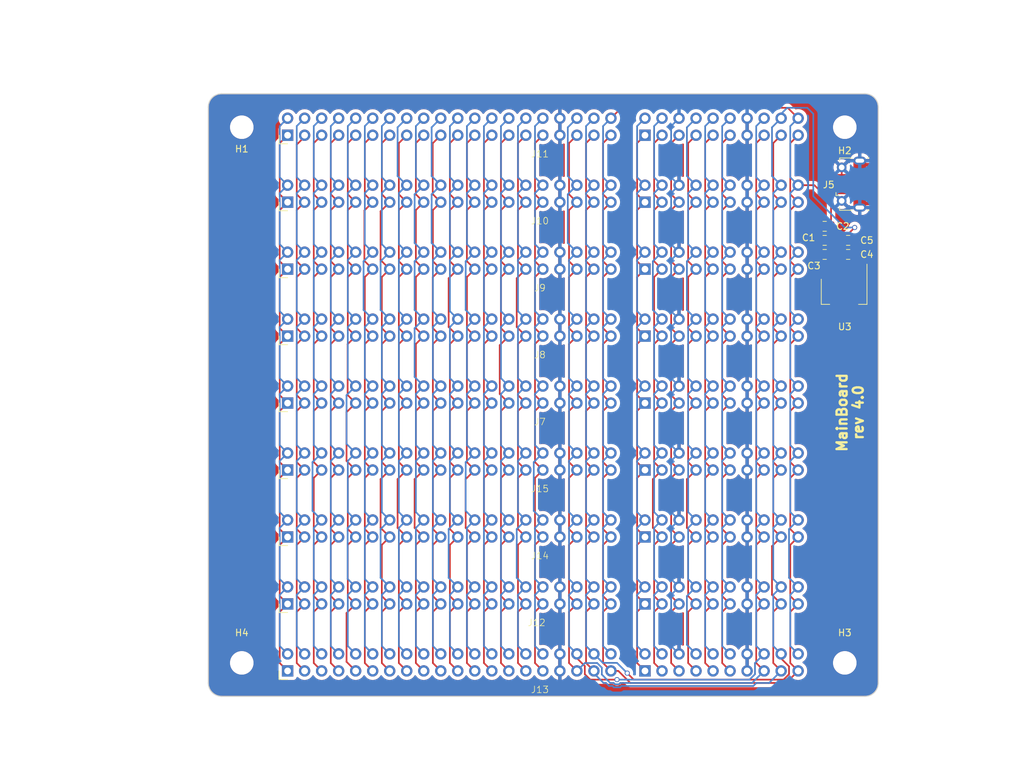
<source format=kicad_pcb>
(kicad_pcb (version 20241229) (generator "pcbnew") (generator_version "9.0")
  (layers (0 "F.Cu" signal) (2 "B.Cu" signal) (13 "F.Paste" user) (15 "B.Paste" user) (5 "F.SilkS" user "F.Silkscreen") (7 "B.SilkS" user "B.Silkscreen") (1 "F.Mask" user) (3 "B.Mask" user) (25 "Edge.Cuts" user))
  (net 0 "")
  (net 1 "GND")
  (net 6 "-5V")
  (net 7 "12V")
  (net 8 "-3V3")
  (net 9 "5V")
  (net 10 "-12V")
  (net 11 "GPIO_8")
  (net 12 "GPIO_4")
  (net 13 "SPI2_MOSI")
  (net 14 "NRST")
  (net 15 "GPIO_11")
  (net 16 "USART3_RX")
  (net 17 "I2C2_SCL")
  (net 18 "GPIO_7")
  (net 19 "CAN_TX")
  (net 20 "GPIO_1")
  (net 21 "SPI2_MISO")
  (net 22 "GPIO_12")
  (net 23 "GPIO_3")
  (net 24 "GPIO_22")
  (net 25 "GPIO_17")
  (net 26 "GPIO_15")
  (net 27 "GPIO_10")
  (net 28 "USART1_TX")
  (net 29 "GPIO_9")
  (net 30 "GPIO_21")
  (net 31 "GPIO_13")
  (net 32 "SPI2_SCK")
  (net 33 "I2C1_SDA")
  (net 34 "USART1_RX")
  (net 35 "SPI1_MISO")
  (net 36 "SPI1_SCK")
  (net 37 "I2C2_SDA")
  (net 38 "BOOT0")
  (net 39 "GPIO_5")
  (net 40 "GPIO_19")
  (net 41 "GPIO_6")
  (net 42 "SPI1_MOSI")
  (net 43 "USART2_RX")
  (net 44 "USART3_TX")
  (net 45 "GPIO_18")
  (net 46 "GPIO_16")
  (net 47 "GPIO_23")
  (net 48 "GPIO_20")
  (net 49 "GPIO_14")
  (net 50 "USART2_TX")
  (net 51 "I2C1_SCL")
  (net 52 "CAN_RX")
  (net 53 "GPIO_2")
  (net 54 "3V3_FROM_MAINBOARD")
  (footprint "Capacitor_SMD:C_0805_2012Metric" (layer "F.Cu") (at 147 48.9 180)
    (property "Reference" "C1")
    (property "Value" "330n")
  )
  (footprint "Capacitor_SMD:C_0805_2012Metric" (layer "F.Cu") (at 147 46.8 180)
    (property "Reference" "C2")
    (property "Value" "330n")
  )
  (footprint "Capacitor_SMD:C_0805_2012Metric" (layer "F.Cu") (at 147 51 180)
    (property "Reference" "C3")
    (property "Value" "330n")
  )
  (footprint "Capacitor_SMD:C_0805_2012Metric" (layer "F.Cu") (at 150.5 51)
    (property "Reference" "C4")
    (property "Value" "330n")
  )
  (footprint "Capacitor_SMD:C_0805_2012Metric" (layer "F.Cu") (at 150.5 48.9)
    (property "Reference" "C5")
    (property "Value" "330n")
  )
  (footprint "Connector_USB:USB_Micro-B_Molex-105017-0001" (layer "F.Cu") (at 151 40.5 90)
    (property "Reference" "J5")
    (property "Value" "USB_B_Micro")
  )
  (footprint "Package_TO_SOT_SMD:SOT-223" (layer "F.Cu") (at 149.9 56.55 -90)
    (property "Reference" "U3")
    (property "Value" "LD1117ASTR")
  )
  (footprint "HardwareDataLogger:ExtensionConnector" (layer "F.Cu") (at 105 45 90)
    (property "Reference" "J10")
    (property "Value" "~")
  )
  (footprint "MountingHole:MountingHole_3.5mm" (layer "F.Cu") (at 60 112)
    (property "Reference" "H4")
    (property "Value" "MountingHole")
  )
  (footprint "HardwareDataLogger:ExtensionConnector" (layer "F.Cu") (at 105 55 90)
    (property "Reference" "J9")
    (property "Value" "~")
  )
  (footprint "HardwareDataLogger:ExtensionConnector" (layer "F.Cu") (at 105 115 90)
    (property "Reference" "J13")
    (property "Value" "~")
  )
  (footprint "HardwareDataLogger:ExtensionConnector" (layer "F.Cu") (at 105 65 90)
    (property "Reference" "J8")
    (property "Value" "~")
  )
  (footprint "HardwareDataLogger:ExtensionConnector" (layer "F.Cu") (at 105 35 90)
    (property "Reference" "J11")
    (property "Value" "~")
  )
  (footprint "HardwareDataLogger:ExtensionConnector" (layer "F.Cu") (at 105 75 90)
    (property "Reference" "J7")
    (property "Value" "~")
  )
  (footprint "HardwareDataLogger:ExtensionConnector" (layer "F.Cu") (at 105 105 90)
    (property "Reference" "J12")
    (property "Value" "~")
  )
  (footprint "MountingHole:MountingHole_3.5mm" (layer "F.Cu") (at 150 32)
    (property "Reference" "H2")
    (property "Value" "MountingHole")
  )
  (footprint "MountingHole:MountingHole_3.5mm" (layer "F.Cu") (at 60 32)
    (property "Reference" "H1")
    (property "Value" "MountingHole")
  )
  (footprint "HardwareDataLogger:ExtensionConnector" (layer "F.Cu") (at 105 85 90)
    (property "Reference" "J15")
    (property "Value" "~")
  )
  (footprint "MountingHole:MountingHole_3.5mm" (layer "F.Cu") (at 150 112)
    (property "Reference" "H3")
    (property "Value" "MountingHole")
  )
  (footprint "HardwareDataLogger:ExtensionConnector" (layer "F.Cu") (at 105 95 90)
    (property "Reference" "J14")
    (property "Value" "~")
  )
  (gr_arc (start 155 114.999999) (mid 154.414214 116.414213) (end 153 116.999999) (stroke (width 0.15)) (layer "Edge.Cuts"))
  (gr_line (start 57 27.000001) (end 153 26.999999) (stroke (width 0.15)) (layer "Edge.Cuts"))
  (gr_arc (start 57 116.999999) (mid 55.585786 116.414213) (end 55 114.999999) (stroke (width 0.15)) (layer "Edge.Cuts"))
  (gr_line (start 55 28.999999) (end 55 114.999999) (stroke (width 0.15)) (layer "Edge.Cuts"))
  (gr_arc (start 153 26.999999) (mid 154.414214 27.585785) (end 155 28.999999) (stroke (width 0.15)) (layer "Edge.Cuts"))
  (gr_arc (start 55.000001 29) (mid 55.585787 27.585786) (end 57.000001 27) (stroke (width 0.15)) (layer "Edge.Cuts"))
  (gr_line (start 153 116.999999) (end 57 116.999999) (stroke (width 0.15)) (layer "Edge.Cuts"))
  (gr_line (start 155 28.999999) (end 155 114.999999) (stroke (width 0.15)) (layer "Edge.Cuts"))
  (gr_text "MainBoard\nrev 4.0" (at 150.8 74.6 90) (layer "F.SilkS") (effects (font (size 1.5 1.5) (thickness 0.35))))
  (segment (start 149.5375 39.2) (end 149.5375 38) (width 0.25) (layer "F.Cu") (net 1))
  (segment (start 124.084 91.836) (end 125.26 90.66) (width 0.25) (layer "B.Cu") (net 1))
  (segment (start 125.26 50.66) (end 124.084 49.484) (width 0.25) (layer "B.Cu") (net 1))
  (segment (start 124.084 61.836) (end 125.26 60.66) (width 0.25) (layer "B.Cu") (net 1))
  (segment (start 125.26 80.66) (end 124.084 79.484) (width 0.25) (layer "B.Cu") (net 1))
  (segment (start 124.084 59.484) (end 124.084 51.836) (width 0.25) (layer "B.Cu") (net 1))
  (segment (start 124.084 41.836) (end 125.26 40.66) (width 0.25) (layer "B.Cu") (net 1))
  (segment (start 125.26 40.66) (end 124.084 39.484) (width 0.25) (layer "B.Cu") (net 1))
  (segment (start 124.084 69.484) (end 124.084 61.836) (width 0.25) (layer "B.Cu") (net 1))
  (segment (start 124.084 101.836) (end 125.26 100.66) (width 0.25) (layer "B.Cu") (net 1))
  (segment (start 125.26 90.66) (end 124.084 89.484) (width 0.25) (layer "B.Cu") (net 1))
  (segment (start 124.084 81.836) (end 125.26 80.66) (width 0.25) (layer "B.Cu") (net 1))
  (segment (start 125.26 60.66) (end 124.084 59.484) (width 0.25) (layer "B.Cu") (net 1))
  (segment (start 124.084 31.836) (end 125.26 30.66) (width 0.25) (layer "B.Cu") (net 1))
  (segment (start 124.084 79.484) (end 124.084 71.836) (width 0.25) (layer "B.Cu") (net 1))
  (segment (start 125.26 110.66) (end 124.084 109.484) (width 0.25) (layer "B.Cu") (net 1))
  (segment (start 125.26 100.66) (end 124.084 99.484) (width 0.25) (layer "B.Cu") (net 1))
  (segment (start 125.26 70.66) (end 124.084 69.484) (width 0.25) (layer "B.Cu") (net 1))
  (segment (start 124.084 99.484) (end 124.084 91.836) (width 0.25) (layer "B.Cu") (net 1))
  (segment (start 124.084 71.836) (end 125.26 70.66) (width 0.25) (layer "B.Cu") (net 1))
  (segment (start 124.084 89.484) (end 124.084 81.836) (width 0.25) (layer "B.Cu") (net 1))
  (segment (start 124.084 51.836) (end 125.26 50.66) (width 0.25) (layer "B.Cu") (net 1))
  (segment (start 124.084 39.484) (end 124.084 31.836) (width 0.25) (layer "B.Cu") (net 1))
  (segment (start 124.084 49.484) (end 124.084 41.836) (width 0.25) (layer "B.Cu") (net 1))
  (segment (start 124.084 109.484) (end 124.084 101.836) (width 0.25) (layer "B.Cu") (net 1))
  (segment (start 143.04 73.2) (end 141.864 72.024) (width 0.25) (layer "F.Cu") (net 6))
  (segment (start 116.2 113.2) (end 115.1 113.2) (width 0.25) (layer "F.Cu") (net 6))
  (segment (start 113.924 84.376) (end 115.1 83.2) (width 0.25) (layer "F.Cu") (net 6))
  (segment (start 113.924 94.376) (end 115.1 93.2) (width 0.25) (layer "F.Cu") (net 6))
  (segment (start 113.924 82.024) (end 113.924 74.376) (width 0.25) (layer "F.Cu") (net 6))
  (segment (start 141.864 52.024) (end 141.864 44.376) (width 0.25) (layer "F.Cu") (net 6))
  (segment (start 113.924 102.024) (end 113.924 94.376) (width 0.25) (layer "F.Cu") (net 6))
  (segment (start 113.924 72.024) (end 113.924 64.376) (width 0.25) (layer "F.Cu") (net 6))
  (segment (start 141.864 54.376) (end 143.04 53.2) (width 0.25) (layer "F.Cu") (net 6))
  (segment (start 141.864 104.376) (end 143.04 103.2) (width 0.25) (layer "F.Cu") (net 6))
  (segment (start 113.924 64.376) (end 115.1 63.2) (width 0.25) (layer "F.Cu") (net 6))
  (segment (start 141.864 74.376) (end 143.04 73.2) (width 0.25) (layer "F.Cu") (net 6))
  (segment (start 113.924 52.024) (end 113.924 44.376) (width 0.25) (layer "F.Cu") (net 6))
  (segment (start 143.04 63.2) (end 141.864 62.024) (width 0.25) (layer "F.Cu") (net 6))
  (segment (start 113.924 34.376) (end 115.1 33.2) (width 0.25) (layer "F.Cu") (net 6))
  (segment (start 113.924 92.024) (end 113.924 84.376) (width 0.25) (layer "F.Cu") (net 6))
  (segment (start 141.864 102.024) (end 141.864 94.376) (width 0.25) (layer "F.Cu") (net 6))
  (segment (start 141.864 64.376) (end 143.04 63.2) (width 0.25) (layer "F.Cu") (net 6))
  (segment (start 113.924 112.024) (end 113.924 104.376) (width 0.25) (layer "F.Cu") (net 6))
  (segment (start 113.924 62.024) (end 113.924 54.376) (width 0.25) (layer "F.Cu") (net 6))
  (segment (start 113.924 74.376) (end 115.1 73.2) (width 0.25) (layer "F.Cu") (net 6))
  (segment (start 115.1 63.2) (end 113.924 62.024) (width 0.25) (layer "F.Cu") (net 6))
  (segment (start 115.1 103.2) (end 113.924 102.024) (width 0.25) (layer "F.Cu") (net 6))
  (segment (start 141.24 115) (end 118 115) (width 0.25) (layer "F.Cu") (net 6))
  (segment (start 115.1 73.2) (end 113.924 72.024) (width 0.25) (layer "F.Cu") (net 6))
  (segment (start 113.924 42.024) (end 113.924 34.376) (width 0.25) (layer "F.Cu") (net 6))
  (segment (start 141.864 112.024) (end 141.864 104.376) (width 0.25) (layer "F.Cu") (net 6))
  (segment (start 143.04 113.2) (end 141.864 112.024) (width 0.25) (layer "F.Cu") (net 6))
  (segment (start 115.1 93.2) (end 113.924 92.024) (width 0.25) (layer "F.Cu") (net 6))
  (segment (start 143.04 113.2) (end 141.24 115) (width 0.25) (layer "F.Cu") (net 6))
  (segment (start 141.864 42.024) (end 141.864 34.376) (width 0.25) (layer "F.Cu") (net 6))
  (segment (start 141.864 34.376) (end 143.04 33.2) (width 0.25) (layer "F.Cu") (net 6))
  (segment (start 143.04 43.2) (end 141.864 42.024) (width 0.25) (layer "F.Cu") (net 6))
  (segment (start 113.924 54.376) (end 115.1 53.2) (width 0.25) (layer "F.Cu") (net 6))
  (segment (start 115.1 83.2) (end 113.924 82.024) (width 0.25) (layer "F.Cu") (net 6))
  (segment (start 141.864 44.376) (end 143.04 43.2) (width 0.25) (layer "F.Cu") (net 6))
  (segment (start 141.864 94.376) (end 143.04 93.2) (width 0.25) (layer "F.Cu") (net 6))
  (segment (start 113.924 104.376) (end 115.1 103.2) (width 0.25) (layer "F.Cu") (net 6))
  (segment (start 143.04 93.2) (end 141.864 92.024) (width 0.25) (layer "F.Cu") (net 6))
  (segment (start 143.04 103.2) (end 141.864 102.024) (width 0.25) (layer "F.Cu") (net 6))
  (segment (start 141.864 92.024) (end 141.864 84.376) (width 0.25) (layer "F.Cu") (net 6))
  (segment (start 118 115) (end 116.2 113.2) (width 0.25) (layer "F.Cu") (net 6))
  (segment (start 143.04 53.2) (end 141.864 52.024) (width 0.25) (layer "F.Cu") (net 6))
  (segment (start 115.1 113.2) (end 113.924 112.024) (width 0.25) (layer "F.Cu") (net 6))
  (segment (start 141.864 82.024) (end 141.864 74.376) (width 0.25) (layer "F.Cu") (net 6))
  (segment (start 113.924 44.376) (end 115.1 43.2) (width 0.25) (layer "F.Cu") (net 6))
  (segment (start 141.864 84.376) (end 143.04 83.2) (width 0.25) (layer "F.Cu") (net 6))
  (segment (start 115.1 43.2) (end 113.924 42.024) (width 0.25) (layer "F.Cu") (net 6))
  (segment (start 115.1 53.2) (end 113.924 52.024) (width 0.25) (layer "F.Cu") (net 6))
  (segment (start 143.04 83.2) (end 141.864 82.024) (width 0.25) (layer "F.Cu") (net 6))
  (segment (start 141.864 62.024) (end 141.864 54.376) (width 0.25) (layer "F.Cu") (net 6))
  (segment (start 141.864 72.024) (end 141.864 64.376) (width 0.25) (layer "F.Cu") (net 6))
  (segment (start 116 114.5) (end 112.008884 114.5) (width 0.25) (layer "F.Cu") (net 7))
  (segment (start 112.008884 114.5) (end 111.196 113.687116) (width 0.25) (layer "F.Cu") (net 7))
  (segment (start 111.196 113.687116) (end 111.196 112.47381) (width 0.25) (layer "F.Cu") (net 7))
  (segment (start 111.196 112.47381) (end 110.02 111.29781) (width 0.25) (layer "F.Cu") (net 7))
  (via (at 116 114.5) (size 0.75) (drill 0.5) (layers "F.Cu" "B.Cu") (net 7))
  (segment (start 110.02 100.66) (end 108.844 99.484) (width 0.25) (layer "B.Cu") (net 7))
  (segment (start 136.784 31.836) (end 137.96 30.66) (width 0.25) (layer "B.Cu") (net 7))
  (segment (start 110.02 40.66) (end 108.656 39.296) (width 0.25) (layer "B.Cu") (net 7))
  (segment (start 108.844 99.484) (end 108.844 91.836) (width 0.25) (layer "B.Cu") (net 7))
  (segment (start 137.96 80.66) (end 136.784 79.484) (width 0.25) (layer "B.Cu") (net 7))
  (segment (start 136.784 59.484) (end 136.784 51.836) (width 0.25) (layer "B.Cu") (net 7))
  (segment (start 135.783116 114.5) (end 136.596 113.687116) (width 0.25) (layer "B.Cu") (net 7))
  (segment (start 108.844 61.836) (end 110.02 60.66) (width 0.25) (layer "B.Cu") (net 7))
  (segment (start 137.96 50.66) (end 136.784 49.484) (width 0.25) (layer "B.Cu") (net 7))
  (segment (start 110.02 110.66) (end 108.844 109.484) (width 0.25) (layer "B.Cu") (net 7))
  (segment (start 108.844 81.836) (end 110.02 80.66) (width 0.25) (layer "B.Cu") (net 7))
  (segment (start 136.784 79.484) (end 136.784 71.836) (width 0.25) (layer "B.Cu") (net 7))
  (segment (start 110.02 70.66) (end 108.844 69.484) (width 0.25) (layer "B.Cu") (net 7))
  (segment (start 136.596 113.687116) (end 136.596 112.024) (width 0.25) (layer "B.Cu") (net 7))
  (segment (start 136.596 112.024) (end 137.96 110.66) (width 0.25) (layer "B.Cu") (net 7))
  (segment (start 137.96 110.66) (end 136.784 109.484) (width 0.25) (layer "B.Cu") (net 7))
  (segment (start 137.96 70.66) (end 136.784 69.484) (width 0.25) (layer "B.Cu") (net 7))
  (segment (start 108.656 42.024) (end 108.656 49.296) (width 0.25) (layer "B.Cu") (net 7))
  (segment (start 136.784 99.484) (end 136.784 91.836) (width 0.25) (layer "B.Cu") (net 7))
  (segment (start 108.844 109.484) (end 108.844 101.836) (width 0.25) (layer "B.Cu") (net 7))
  (segment (start 108.844 91.836) (end 110.02 90.66) (width 0.25) (layer "B.Cu") (net 7))
  (segment (start 136.784 49.484) (end 136.784 41.836) (width 0.25) (layer "B.Cu") (net 7))
  (segment (start 110.02 90.66) (end 108.844 89.484) (width 0.25) (layer "B.Cu") (net 7))
  (segment (start 136.784 71.836) (end 137.96 70.66) (width 0.25) (layer "B.Cu") (net 7))
  (segment (start 110.02 80.66) (end 108.844 79.484) (width 0.25) (layer "B.Cu") (net 7))
  (segment (start 136.784 89.484) (end 136.784 81.836) (width 0.25) (layer "B.Cu") (net 7))
  (segment (start 108.844 59.484) (end 108.844 51.836) (width 0.25) (layer "B.Cu") (net 7))
  (segment (start 136.784 39.484) (end 136.784 31.836) (width 0.25) (layer "B.Cu") (net 7))
  (segment (start 136.784 101.836) (end 137.96 100.66) (width 0.25) (layer "B.Cu") (net 7))
  (segment (start 136.784 51.836) (end 137.96 50.66) (width 0.25) (layer "B.Cu") (net 7))
  (segment (start 137.96 100.66) (end 136.784 99.484) (width 0.25) (layer "B.Cu") (net 7))
  (segment (start 136.784 109.484) (end 136.784 101.836) (width 0.25) (layer "B.Cu") (net 7))
  (segment (start 108.844 69.484) (end 108.844 61.836) (width 0.25) (layer "B.Cu") (net 7))
  (segment (start 136.784 91.836) (end 137.96 90.66) (width 0.25) (layer "B.Cu") (net 7))
  (segment (start 136.784 61.836) (end 137.96 60.66) (width 0.25) (layer "B.Cu") (net 7))
  (segment (start 136.784 81.836) (end 137.96 80.66) (width 0.25) (layer "B.Cu") (net 7))
  (segment (start 108.656 39.296) (end 108.656 32.024) (width 0.25) (layer "B.Cu") (net 7))
  (segment (start 108.844 79.484) (end 108.844 71.836) (width 0.25) (layer "B.Cu") (net 7))
  (segment (start 136.784 41.836) (end 137.96 40.66) (width 0.25) (layer "B.Cu") (net 7))
  (segment (start 136.784 69.484) (end 136.784 61.836) (width 0.25) (layer "B.Cu") (net 7))
  (segment (start 116 114.5) (end 135.783116 114.5) (width 0.25) (layer "B.Cu") (net 7))
  (segment (start 108.656 49.296) (end 110.02 50.66) (width 0.25) (layer "B.Cu") (net 7))
  (segment (start 108.844 101.836) (end 110.02 100.66) (width 0.25) (layer "B.Cu") (net 7))
  (segment (start 137.96 40.66) (end 136.784 39.484) (width 0.25) (layer "B.Cu") (net 7))
  (segment (start 137.96 60.66) (end 136.784 59.484) (width 0.25) (layer "B.Cu") (net 7))
  (segment (start 110.02 40.66) (end 108.656 42.024) (width 0.25) (layer "B.Cu") (net 7))
  (segment (start 108.844 89.484) (end 108.844 81.836) (width 0.25) (layer "B.Cu") (net 7))
  (segment (start 110.02 60.66) (end 108.844 59.484) (width 0.25) (layer "B.Cu") (net 7))
  (segment (start 108.656 32.024) (end 110.02 30.66) (width 0.25) (layer "B.Cu") (net 7))
  (segment (start 137.96 90.66) (end 136.784 89.484) (width 0.25) (layer "B.Cu") (net 7))
  (segment (start 108.844 51.836) (end 110.02 50.66) (width 0.25) (layer "B.Cu") (net 7))
  (segment (start 108.844 71.836) (end 110.02 70.66) (width 0.25) (layer "B.Cu") (net 7))
  (segment (start 139.324 92.024) (end 139.324 84.376) (width 0.25) (layer "F.Cu") (net 8))
  (segment (start 140.5 103.2) (end 139.136 101.836) (width 0.25) (layer "F.Cu") (net 8))
  (segment (start 111.384 52.024) (end 111.384 44.376) (width 0.25) (layer "F.Cu") (net 8))
  (segment (start 111.384 104.376) (end 112.56 103.2) (width 0.25) (layer "F.Cu") (net 8))
  (segment (start 111.384 92.024) (end 111.384 84.376) (width 0.25) (layer "F.Cu") (net 8))
  (segment (start 139.324 34.376) (end 140.5 33.2) (width 0.25) (layer "F.Cu") (net 8))
  (segment (start 111.384 72.024) (end 111.384 64.376) (width 0.25) (layer "F.Cu") (net 8))
  (segment (start 111.384 62.024) (end 111.384 54.376) (width 0.25) (layer "F.Cu") (net 8))
  (segment (start 112.56 113.2) (end 111.384 112.024) (width 0.25) (layer "F.Cu") (net 8))
  (segment (start 139.324 42.024) (end 139.324 34.376) (width 0.25) (layer "F.Cu") (net 8))
  (segment (start 111.384 84.376) (end 112.56 83.2) (width 0.25) (layer "F.Cu") (net 8))
  (segment (start 139.324 44.376) (end 140.5 43.2) (width 0.25) (layer "F.Cu") (net 8))
  (segment (start 112.56 93.2) (end 111.384 92.024) (width 0.25) (layer "F.Cu") (net 8))
  (segment (start 139.324 84.376) (end 140.5 83.2) (width 0.25) (layer "F.Cu") (net 8))
  (segment (start 112.56 63.2) (end 111.384 62.024) (width 0.25) (layer "F.Cu") (net 8))
  (segment (start 111.384 42.024) (end 111.384 34.376) (width 0.25) (layer "F.Cu") (net 8))
  (segment (start 139.324 64.376) (end 140.5 63.2) (width 0.25) (layer "F.Cu") (net 8))
  (segment (start 140.5 93.2) (end 139.324 92.024) (width 0.25) (layer "F.Cu") (net 8))
  (segment (start 139.324 104.376) (end 140.5 103.2) (width 0.25) (layer "F.Cu") (net 8))
  (segment (start 111.384 74.376) (end 112.56 73.2) (width 0.25) (layer "F.Cu") (net 8))
  (segment (start 111.384 44.376) (end 112.56 43.2) (width 0.25) (layer "F.Cu") (net 8))
  (segment (start 140.5 113.2) (end 139.324 112.024) (width 0.25) (layer "F.Cu") (net 8))
  (segment (start 112.56 53.2) (end 111.384 52.024) (width 0.25) (layer "F.Cu") (net 8))
  (segment (start 140.5 53.2) (end 139.324 52.024) (width 0.25) (layer "F.Cu") (net 8))
  (segment (start 139.324 82.024) (end 139.324 74.376) (width 0.25) (layer "F.Cu") (net 8))
  (segment (start 111.384 94.376) (end 112.56 93.2) (width 0.25) (layer "F.Cu") (net 8))
  (segment (start 139.324 52.024) (end 139.324 44.376) (width 0.25) (layer "F.Cu") (net 8))
  (segment (start 139.136 94.564) (end 140.5 93.2) (width 0.25) (layer "F.Cu") (net 8))
  (segment (start 112.56 73.2) (end 111.384 72.024) (width 0.25) (layer "F.Cu") (net 8))
  (segment (start 140.5 73.2) (end 139.324 72.024) (width 0.25) (layer "F.Cu") (net 8))
  (segment (start 139.324 74.376) (end 140.5 73.2) (width 0.25) (layer "F.Cu") (net 8))
  (segment (start 139.324 62.024) (end 139.324 54.376) (width 0.25) (layer "F.Cu") (net 8))
  (segment (start 140.5 83.2) (end 139.324 82.024) (width 0.25) (layer "F.Cu") (net 8))
  (segment (start 112.56 103.2) (end 111.384 102.024) (width 0.25) (layer "F.Cu") (net 8))
  (segment (start 139.324 112.024) (end 139.324 104.376) (width 0.25) (layer "F.Cu") (net 8))
  (segment (start 111.384 54.376) (end 112.56 53.2) (width 0.25) (layer "F.Cu") (net 8))
  (segment (start 139.324 54.376) (end 140.5 53.2) (width 0.25) (layer "F.Cu") (net 8))
  (segment (start 112.56 43.2) (end 111.384 42.024) (width 0.25) (layer "F.Cu") (net 8))
  (segment (start 112.56 83.2) (end 111.384 82.024) (width 0.25) (layer "F.Cu") (net 8))
  (segment (start 111.384 64.376) (end 112.56 63.2) (width 0.25) (layer "F.Cu") (net 8))
  (segment (start 139.136 101.836) (end 139.136 94.564) (width 0.25) (layer "F.Cu") (net 8))
  (segment (start 139.324 72.024) (end 139.324 64.376) (width 0.25) (layer "F.Cu") (net 8))
  (segment (start 111.384 34.376) (end 112.56 33.2) (width 0.25) (layer "F.Cu") (net 8))
  (segment (start 111.384 112.024) (end 111.384 104.376) (width 0.25) (layer "F.Cu") (net 8))
  (segment (start 140.5 63.2) (end 139.324 62.024) (width 0.25) (layer "F.Cu") (net 8))
  (segment (start 111.384 82.024) (end 111.384 74.376) (width 0.25) (layer "F.Cu") (net 8))
  (segment (start 111.384 102.024) (end 111.384 94.376) (width 0.25) (layer "F.Cu") (net 8))
  (segment (start 140.5 43.2) (end 139.324 42.024) (width 0.25) (layer "F.Cu") (net 8))
  (segment (start 114.36219 115) (end 114 115) (width 0.25) (layer "B.Cu") (net 8))
  (segment (start 114.36219 115) (end 114.81319 115.451) (width 0.25) (layer "B.Cu") (net 8))
  (segment (start 114 115) (end 112.56 113.56) (width 0.25) (layer "B.Cu") (net 8))
  (segment (start 115.522826 115.652) (end 116.477174 115.652) (width 0.25) (layer "B.Cu") (net 8))
  (segment (start 114.81319 115.451) (end 115.321826 115.451) (width 0.25) (layer "B.Cu") (net 8))
  (segment (start 136.34681 115.451) (end 136.79781 115) (width 0.25) (layer "B.Cu") (net 8))
  (segment (start 140.5 113.2) (end 138.7 115) (width 0.25) (layer "B.Cu") (net 8))
  (segment (start 116.678174 115.451) (end 136.34681 115.451) (width 0.25) (layer "B.Cu") (net 8))
  (segment (start 115.522826 115.652) (end 115.321826 115.451) (width 0.25) (layer "B.Cu") (net 8))
  (segment (start 138.7 115) (end 136.79781 115) (width 0.25) (layer "B.Cu") (net 8))
  (segment (start 116.678174 115.451) (end 116.477174 115.652) (width 0.25) (layer "B.Cu") (net 8))
  (segment (start 147.95 51) (end 147.95 48.9) (width 0.25) (layer "F.Cu") (net 9))
  (segment (start 116.66 29.1) (end 115.1 30.66) (width 0.25) (layer "F.Cu") (net 9))
  (segment (start 147.95 48.9) (end 147.95 46.8) (width 0.25) (layer "F.Cu") (net 9))
  (segment (start 141.48 29.1) (end 116.66 29.1) (width 0.25) (layer "F.Cu") (net 9))
  (segment (start 143.04 40.66) (end 145.46 40.66) (width 0.25) (layer "F.Cu") (net 9))
  (segment (start 145.46 40.66) (end 146.6 41.8) (width 0.25) (layer "F.Cu") (net 9))
  (segment (start 149.5375 41.8) (end 148.6125 41.8) (width 0.25) (layer "F.Cu") (net 9))
  (segment (start 146.6 41.8) (end 149.5375 41.8) (width 0.25) (layer "F.Cu") (net 9))
  (segment (start 148.63125 41.81875) (end 147.95 42.5) (width 0.25) (layer "F.Cu") (net 9))
  (segment (start 143.04 30.66) (end 141.48 29.1) (width 0.25) (layer "F.Cu") (net 9))
  (segment (start 147.95 42.5) (end 147.95 46.8) (width 0.25) (layer "F.Cu") (net 9))
  (segment (start 147.6 53.4) (end 147.6 51.35) (width 0.25) (layer "F.Cu") (net 9))
  (segment (start 148.6125 41.8) (end 148.63125 41.81875) (width 0.25) (layer "F.Cu") (net 9))
  (segment (start 113.924 79.484) (end 113.924 71.836) (width 0.25) (layer "B.Cu") (net 9))
  (segment (start 113.924 39.484) (end 113.924 31.836) (width 0.25) (layer "B.Cu") (net 9))
  (segment (start 141.864 89.484) (end 141.864 81.836) (width 0.25) (layer "B.Cu") (net 9))
  (segment (start 143.04 40.66) (end 141.864 39.484) (width 0.25) (layer "B.Cu") (net 9))
  (segment (start 143.04 50.66) (end 141.864 51.836) (width 0.25) (layer "B.Cu") (net 9))
  (segment (start 113.924 71.836) (end 115.1 70.66) (width 0.25) (layer "B.Cu") (net 9))
  (segment (start 143.04 90.66) (end 141.864 89.484) (width 0.25) (layer "B.Cu") (net 9))
  (segment (start 141.676 99.296) (end 141.676 92.024) (width 0.25) (layer "B.Cu") (net 9))
  (segment (start 141.864 59.484) (end 143.04 60.66) (width 0.25) (layer "B.Cu") (net 9))
  (segment (start 143.04 70.66) (end 141.864 71.836) (width 0.25) (layer "B.Cu") (net 9))
  (segment (start 141.864 39.484) (end 141.864 31.836) (width 0.25) (layer "B.Cu") (net 9))
  (segment (start 143.04 60.66) (end 141.864 61.836) (width 0.25) (layer "B.Cu") (net 9))
  (segment (start 115.1 110.66) (end 113.924 109.484) (width 0.25) (layer "B.Cu") (net 9))
  (segment (start 113.924 31.836) (end 115.1 30.66) (width 0.25) (layer "B.Cu") (net 9))
  (segment (start 141.864 101.836) (end 143.04 100.66) (width 0.25) (layer "B.Cu") (net 9))
  (segment (start 143.04 100.66) (end 141.676 99.296) (width 0.25) (layer "B.Cu") (net 9))
  (segment (start 113.924 69.484) (end 113.924 61.836) (width 0.25) (layer "B.Cu") (net 9))
  (segment (start 115.1 40.66) (end 113.924 39.484) (width 0.25) (layer "B.Cu") (net 9))
  (segment (start 141.864 69.484) (end 143.04 70.66) (width 0.25) (layer "B.Cu") (net 9))
  (segment (start 141.864 71.836) (end 141.864 79.484) (width 0.25) (layer "B.Cu") (net 9))
  (segment (start 113.924 59.484) (end 113.924 51.836) (width 0.25) (layer "B.Cu") (net 9))
  (segment (start 113.924 41.836) (end 113.924 49.484) (width 0.25) (layer "B.Cu") (net 9))
  (segment (start 113.924 91.836) (end 115.1 90.66) (width 0.25) (layer "B.Cu") (net 9))
  (segment (start 113.924 109.484) (end 113.924 101.836) (width 0.25) (layer "B.Cu") (net 9))
  (segment (start 113.924 51.836) (end 115.1 50.66) (width 0.25) (layer "B.Cu") (net 9))
  (segment (start 143.04 50.66) (end 141.864 49.484) (width 0.25) (layer "B.Cu") (net 9))
  (segment (start 141.864 109.484) (end 141.864 101.836) (width 0.25) (layer "B.Cu") (net 9))
  (segment (start 115.1 70.66) (end 113.924 69.484) (width 0.25) (layer "B.Cu") (net 9))
  (segment (start 115.1 60.66) (end 113.924 59.484) (width 0.25) (layer "B.Cu") (net 9))
  (segment (start 141.864 51.836) (end 141.864 59.484) (width 0.25) (layer "B.Cu") (net 9))
  (segment (start 113.924 99.484) (end 113.924 91.836) (width 0.25) (layer "B.Cu") (net 9))
  (segment (start 141.864 49.484) (end 141.864 41.836) (width 0.25) (layer "B.Cu") (net 9))
  (segment (start 113.924 101.836) (end 115.1 100.66) (width 0.25) (layer "B.Cu") (net 9))
  (segment (start 113.924 89.484) (end 113.924 81.836) (width 0.25) (layer "B.Cu") (net 9))
  (segment (start 115.1 100.66) (end 113.924 99.484) (width 0.25) (layer "B.Cu") (net 9))
  (segment (start 115.1 40.66) (end 113.924 41.836) (width 0.25) (layer "B.Cu") (net 9))
  (segment (start 141.864 81.836) (end 143.04 80.66) (width 0.25) (layer "B.Cu") (net 9))
  (segment (start 143.04 110.66) (end 141.864 109.484) (width 0.25) (layer "B.Cu") (net 9))
  (segment (start 115.1 80.66) (end 113.924 79.484) (width 0.25) (layer "B.Cu") (net 9))
  (segment (start 113.924 61.836) (end 115.1 60.66) (width 0.25) (layer "B.Cu") (net 9))
  (segment (start 141.864 31.836) (end 143.04 30.66) (width 0.25) (layer "B.Cu") (net 9))
  (segment (start 113.924 49.484) (end 115.1 50.66) (width 0.25) (layer "B.Cu") (net 9))
  (segment (start 141.676 92.024) (end 143.04 90.66) (width 0.25) (layer "B.Cu") (net 9))
  (segment (start 113.924 81.836) (end 115.1 80.66) (width 0.25) (layer "B.Cu") (net 9))
  (segment (start 115.1 90.66) (end 113.924 89.484) (width 0.25) (layer "B.Cu") (net 9))
  (segment (start 141.864 61.836) (end 141.864 69.484) (width 0.25) (layer "B.Cu") (net 9))
  (segment (start 141.864 41.836) (end 143.04 40.66) (width 0.25) (layer "B.Cu") (net 9))
  (segment (start 141.864 79.484) (end 143.04 80.66) (width 0.25) (layer "B.Cu") (net 9))
  (segment (start 108.844 74.376) (end 110.02 73.2) (width 0.25) (layer "F.Cu") (net 10))
  (segment (start 136.784 84.376) (end 137.96 83.2) (width 0.25) (layer "F.Cu") (net 10))
  (segment (start 136.784 62.024) (end 136.784 54.376) (width 0.25) (layer "F.Cu") (net 10))
  (segment (start 136.784 74.376) (end 137.96 73.2) (width 0.25) (layer "F.Cu") (net 10))
  (segment (start 108.844 72.024) (end 108.844 64.376) (width 0.25) (layer "F.Cu") (net 10))
  (segment (start 108.844 84.376) (end 110.02 83.2) (width 0.25) (layer "F.Cu") (net 10))
  (segment (start 137.96 103.2) (end 136.784 102.024) (width 0.25) (layer "F.Cu") (net 10))
  (segment (start 108.844 102.024) (end 108.844 94.376) (width 0.25) (layer "F.Cu") (net 10))
  (segment (start 110.02 73.2) (end 108.844 72.024) (width 0.25) (layer "F.Cu") (net 10))
  (segment (start 110.02 83.2) (end 108.844 82.024) (width 0.25) (layer "F.Cu") (net 10))
  (segment (start 110.02 53.2) (end 108.844 52.024) (width 0.25) (layer "F.Cu") (net 10))
  (segment (start 108.844 104.376) (end 110.02 103.2) (width 0.25) (layer "F.Cu") (net 10))
  (segment (start 110.02 113.2) (end 108.844 112.024) (width 0.25) (layer "F.Cu") (net 10))
  (segment (start 137.96 53.2) (end 136.784 52.024) (width 0.25) (layer "F.Cu") (net 10))
  (segment (start 108.844 94.376) (end 110.02 93.2) (width 0.25) (layer "F.Cu") (net 10))
  (segment (start 136.784 82.024) (end 136.784 74.376) (width 0.25) (layer "F.Cu") (net 10))
  (segment (start 108.844 62.024) (end 108.844 54.376) (width 0.25) (layer "F.Cu") (net 10))
  (segment (start 110.02 103.2) (end 108.844 102.024) (width 0.25) (layer "F.Cu") (net 10))
  (segment (start 136.784 44.376) (end 137.96 43.2) (width 0.25) (layer "F.Cu") (net 10))
  (segment (start 136.784 92.024) (end 136.784 84.376) (width 0.25) (layer "F.Cu") (net 10))
  (segment (start 108.844 64.376) (end 110.02 63.2) (width 0.25) (layer "F.Cu") (net 10))
  (segment (start 136.784 104.376) (end 137.96 103.2) (width 0.25) (layer "F.Cu") (net 10))
  (segment (start 136.784 42.024) (end 136.784 34.376) (width 0.25) (layer "F.Cu") (net 10))
  (segment (start 108.844 44.376) (end 110.02 43.2) (width 0.25) (layer "F.Cu") (net 10))
  (segment (start 136.784 102.024) (end 136.784 94.376) (width 0.25) (layer "F.Cu") (net 10))
  (segment (start 137.96 83.2) (end 136.784 82.024) (width 0.25) (layer "F.Cu") (net 10))
  (segment (start 108.844 54.376) (end 110.02 53.2) (width 0.25) (layer "F.Cu") (net 10))
  (segment (start 137.96 63.2) (end 136.784 62.024) (width 0.25) (layer "F.Cu") (net 10))
  (segment (start 136.784 94.376) (end 137.96 93.2) (width 0.25) (layer "F.Cu") (net 10))
  (segment (start 136.784 52.024) (end 136.784 44.376) (width 0.25) (layer "F.Cu") (net 10))
  (segment (start 136.784 34.376) (end 137.96 33.2) (width 0.25) (layer "F.Cu") (net 10))
  (segment (start 137.96 73.2) (end 136.784 72.024) (width 0.25) (layer "F.Cu") (net 10))
  (segment (start 108.844 82.024) (end 108.844 74.376) (width 0.25) (layer "F.Cu") (net 10))
  (segment (start 136.784 64.376) (end 137.96 63.2) (width 0.25) (layer "F.Cu") (net 10))
  (segment (start 136.784 112.024) (end 136.784 104.376) (width 0.25) (layer "F.Cu") (net 10))
  (segment (start 108.844 92.024) (end 108.844 84.376) (width 0.25) (layer "F.Cu") (net 10))
  (segment (start 136.784 54.376) (end 137.96 53.2) (width 0.25) (layer "F.Cu") (net 10))
  (segment (start 137.96 93.2) (end 136.784 92.024) (width 0.25) (layer "F.Cu") (net 10))
  (segment (start 137.96 43.2) (end 136.784 42.024) (width 0.25) (layer "F.Cu") (net 10))
  (segment (start 108.844 112.024) (end 108.844 104.376) (width 0.25) (layer "F.Cu") (net 10))
  (segment (start 108.844 34.376) (end 110.02 33.2) (width 0.25) (layer "F.Cu") (net 10))
  (segment (start 108.844 42.024) (end 108.844 34.376) (width 0.25) (layer "F.Cu") (net 10))
  (segment (start 108.844 52.024) (end 108.844 44.376) (width 0.25) (layer "F.Cu") (net 10))
  (segment (start 136.784 72.024) (end 136.784 64.376) (width 0.25) (layer "F.Cu") (net 10))
  (segment (start 110.02 63.2) (end 108.844 62.024) (width 0.25) (layer "F.Cu") (net 10))
  (segment (start 110.02 93.2) (end 108.844 92.024) (width 0.25) (layer "F.Cu") (net 10))
  (segment (start 137.96 113.2) (end 136.784 112.024) (width 0.25) (layer "F.Cu") (net 10))
  (segment (start 110.02 43.2) (end 108.844 42.024) (width 0.25) (layer "F.Cu") (net 10))
  (segment (start 113.736 113.736) (end 113.736 112.712884) (width 0.25) (layer "B.Cu") (net 10))
  (segment (start 137.96 113.2) (end 136.16 115) (width 0.25) (layer "B.Cu") (net 10))
  (segment (start 115.709636 115.201) (end 115.508636 115) (width 0.25) (layer "B.Cu") (net 10))
  (segment (start 115.508636 115) (end 115 115) (width 0.25) (layer "B.Cu") (net 10))
  (segment (start 116.290364 115.201) (end 115.709636 115.201) (width 0.25) (layer "B.Cu") (net 10))
  (segment (start 136.16 115) (end 116.491364 115) (width 0.25) (layer "B.Cu") (net 10))
  (segment (start 113.736 112.712884) (end 113.047116 112.024) (width 0.25) (layer "B.Cu") (net 10))
  (segment (start 116.491364 115) (end 116.290364 115.201) (width 0.25) (layer "B.Cu") (net 10))
  (segment (start 115 115) (end 113.736 113.736) (width 0.25) (layer "B.Cu") (net 10))
  (segment (start 113.047116 112.024) (end 111.196 112.024) (width 0.25) (layer "B.Cu") (net 10))
  (segment (start 111.196 112.024) (end 110.02 113.2) (width 0.25) (layer "B.Cu") (net 10))
  (segment (start 77 70.66) (end 75.824 69.484) (width 0.25) (layer "B.Cu") (net 11))
  (segment (start 77 40.66) (end 75.824 39.484) (width 0.25) (layer "B.Cu") (net 11))
  (segment (start 77 90.66) (end 75.824 89.484) (width 0.25) (layer "B.Cu") (net 11))
  (segment (start 77 80.66) (end 75.636 79.296) (width 0.25) (layer "B.Cu") (net 11))
  (segment (start 75.824 69.484) (end 75.824 61.836) (width 0.25) (layer "B.Cu") (net 11))
  (segment (start 75.824 81.836) (end 77 80.66) (width 0.25) (layer "B.Cu") (net 11))
  (segment (start 75.8 99.46) (end 75.8 91.86) (width 0.25) (layer "B.Cu") (net 11))
  (segment (start 75.824 41.836) (end 77 40.66) (width 0.25) (layer "B.Cu") (net 11))
  (segment (start 75.824 89.484) (end 75.824 81.836) (width 0.25) (layer "B.Cu") (net 11))
  (segment (start 75.824 39.484) (end 75.824 31.836) (width 0.25) (layer "B.Cu") (net 11))
  (segment (start 75.824 31.836) (end 77 30.66) (width 0.25) (layer "B.Cu") (net 11))
  (segment (start 75.824 59.484) (end 75.824 51.836) (width 0.25) (layer "B.Cu") (net 11))
  (segment (start 75.8 91.86) (end 77 90.66) (width 0.25) (layer "B.Cu") (net 11))
  (segment (start 77 60.66) (end 75.824 59.484) (width 0.25) (layer "B.Cu") (net 11))
  (segment (start 77 50.66) (end 75.824 49.484) (width 0.25) (layer "B.Cu") (net 11))
  (segment (start 75.636 79.296) (end 75.636 72.024) (width 0.25) (layer "B.Cu") (net 11))
  (segment (start 75.824 109.484) (end 75.824 101.836) (width 0.25) (layer "B.Cu") (net 11))
  (segment (start 77 110.66) (end 75.824 109.484) (width 0.25) (layer "B.Cu") (net 11))
  (segment (start 75.824 61.836) (end 77 60.66) (width 0.25) (layer "B.Cu") (net 11))
  (segment (start 75.824 49.484) (end 75.824 41.836) (width 0.25) (layer "B.Cu") (net 11))
  (segment (start 75.824 51.836) (end 77 50.66) (width 0.25) (layer "B.Cu") (net 11))
  (segment (start 75.636 72.024) (end 77 70.66) (width 0.25) (layer "B.Cu") (net 11))
  (segment (start 75.824 101.836) (end 77 100.66) (width 0.25) (layer "B.Cu") (net 11))
  (segment (start 77 100.66) (end 75.8 99.46) (width 0.25) (layer "B.Cu") (net 11))
  (segment (start 80.716 52.024) (end 82.08 50.66) (width 0.25) (layer "B.Cu") (net 12))
  (segment (start 80.904 71.836) (end 82.08 70.66) (width 0.25) (layer "B.Cu") (net 12))
  (segment (start 80.904 41.836) (end 82.08 40.66) (width 0.25) (layer "B.Cu") (net 12))
  (segment (start 82.08 100.66) (end 80.716 99.296) (width 0.25) (layer "B.Cu") (net 12))
  (segment (start 82.08 80.66) (end 80.904 79.484) (width 0.25) (layer "B.Cu") (net 12))
  (segment (start 80.716 99.296) (end 80.716 92.024) (width 0.25) (layer "B.Cu") (net 12))
  (segment (start 82.08 60.66) (end 80.716 59.296) (width 0.25) (layer "B.Cu") (net 12))
  (segment (start 80.904 69.484) (end 80.904 61.836) (width 0.25) (layer "B.Cu") (net 12))
  (segment (start 80.904 31.836) (end 82.08 30.66) (width 0.25) (layer "B.Cu") (net 12))
  (segment (start 82.08 110.66) (end 80.904 109.484) (width 0.25) (layer "B.Cu") (net 12))
  (segment (start 82.08 90.66) (end 80.904 89.484) (width 0.25) (layer "B.Cu") (net 12))
  (segment (start 80.904 89.484) (end 80.904 81.836) (width 0.25) (layer "B.Cu") (net 12))
  (segment (start 80.904 81.836) (end 82.08 80.66) (width 0.25) (layer "B.Cu") (net 12))
  (segment (start 80.904 49.484) (end 80.904 41.836) (width 0.25) (layer "B.Cu") (net 12))
  (segment (start 80.716 92.024) (end 82.08 90.66) (width 0.25) (layer "B.Cu") (net 12))
  (segment (start 80.904 61.836) (end 82.08 60.66) (width 0.25) (layer "B.Cu") (net 12))
  (segment (start 82.08 50.66) (end 80.904 49.484) (width 0.25) (layer "B.Cu") (net 12))
  (segment (start 80.716 59.296) (end 80.716 52.024) (width 0.25) (layer "B.Cu") (net 12))
  (segment (start 82.08 70.66) (end 80.904 69.484) (width 0.25) (layer "B.Cu") (net 12))
  (segment (start 82.08 40.66) (end 80.904 39.484) (width 0.25) (layer "B.Cu") (net 12))
  (segment (start 80.904 79.484) (end 80.904 71.836) (width 0.25) (layer "B.Cu") (net 12))
  (segment (start 80.904 39.484) (end 80.904 31.836) (width 0.25) (layer "B.Cu") (net 12))
  (segment (start 80.904 101.836) (end 82.08 100.66) (width 0.25) (layer "B.Cu") (net 12))
  (segment (start 80.904 109.484) (end 80.904 101.836) (width 0.25) (layer "B.Cu") (net 12))
  (segment (start 94.78 90.66) (end 93.416 89.296) (width 0.25) (layer "B.Cu") (net 13))
  (segment (start 93.604 61.836) (end 94.78 60.66) (width 0.25) (layer "B.Cu") (net 13))
  (segment (start 94.78 60.66) (end 93.416 59.296) (width 0.25) (layer "B.Cu") (net 13))
  (segment (start 94.78 40.66) (end 93.604 39.484) (width 0.25) (layer "B.Cu") (net 13))
  (segment (start 93.604 79.484) (end 93.604 71.836) (width 0.25) (layer "B.Cu") (net 13))
  (segment (start 94.78 80.66) (end 93.604 79.484) (width 0.25) (layer "B.Cu") (net 13))
  (segment (start 94.78 100.66) (end 93.604 99.484) (width 0.25) (layer "B.Cu") (net 13))
  (segment (start 93.604 109.484) (end 93.604 101.836) (width 0.25) (layer "B.Cu") (net 13))
  (segment (start 93.416 52.024) (end 94.78 50.66) (width 0.25) (layer "B.Cu") (net 13))
  (segment (start 93.604 69.484) (end 93.604 61.836) (width 0.25) (layer "B.Cu") (net 13))
  (segment (start 93.416 89.296) (end 93.416 82.024) (width 0.25) (layer "B.Cu") (net 13))
  (segment (start 93.416 82.024) (end 94.78 80.66) (width 0.25) (layer "B.Cu") (net 13))
  (segment (start 93.604 101.836) (end 94.78 100.66) (width 0.25) (layer "B.Cu") (net 13))
  (segment (start 94.78 50.66) (end 93.604 49.484) (width 0.25) (layer "B.Cu") (net 13))
  (segment (start 94.78 70.66) (end 93.604 69.484) (width 0.25) (layer "B.Cu") (net 13))
  (segment (start 93.604 31.836) (end 94.78 30.66) (width 0.25) (layer "B.Cu") (net 13))
  (segment (start 93.604 49.484) (end 93.604 41.836) (width 0.25) (layer "B.Cu") (net 13))
  (segment (start 93.416 59.296) (end 93.416 52.024) (width 0.25) (layer "B.Cu") (net 13))
  (segment (start 94.78 110.66) (end 93.604 109.484) (width 0.25) (layer "B.Cu") (net 13))
  (segment (start 93.604 41.836) (end 94.78 40.66) (width 0.25) (layer "B.Cu") (net 13))
  (segment (start 93.604 39.484) (end 93.604 31.836) (width 0.25) (layer "B.Cu") (net 13))
  (segment (start 93.604 71.836) (end 94.78 70.66) (width 0.25) (layer "B.Cu") (net 13))
  (segment (start 93.604 99.484) (end 93.604 91.836) (width 0.25) (layer "B.Cu") (net 13))
  (segment (start 93.604 91.836) (end 94.78 90.66) (width 0.25) (layer "B.Cu") (net 13))
  (segment (start 119.004 81.836) (end 120.18 80.66) (width 0.25) (layer "B.Cu") (net 14))
  (segment (start 119.004 51.836) (end 120.18 50.66) (width 0.25) (layer "B.Cu") (net 14))
  (segment (start 120.18 40.66) (end 119.004 39.484) (width 0.25) (layer "B.Cu") (net 14))
  (segment (start 119.004 59.484) (end 119.004 51.836) (width 0.25) (layer "B.Cu") (net 14))
  (segment (start 120.18 60.66) (end 119.004 59.484) (width 0.25) (layer "B.Cu") (net 14))
  (segment (start 119.004 79.484) (end 119.004 71.836) (width 0.25) (layer "B.Cu") (net 14))
  (segment (start 119.004 109.484) (end 119.004 101.836) (width 0.25) (layer "B.Cu") (net 14))
  (segment (start 119.004 49.484) (end 119.004 41.836) (width 0.25) (layer "B.Cu") (net 14))
  (segment (start 119.004 69.484) (end 119.004 61.836) (width 0.25) (layer "B.Cu") (net 14))
  (segment (start 120.18 80.66) (end 119.004 79.484) (width 0.25) (layer "B.Cu") (net 14))
  (segment (start 119.004 71.836) (end 120.18 70.66) (width 0.25) (layer "B.Cu") (net 14))
  (segment (start 119.004 89.484) (end 119.004 81.836) (width 0.25) (layer "B.Cu") (net 14))
  (segment (start 120.18 70.66) (end 119.004 69.484) (width 0.25) (layer "B.Cu") (net 14))
  (segment (start 120.18 50.66) (end 119.004 49.484) (width 0.25) (layer "B.Cu") (net 14))
  (segment (start 119.004 99.484) (end 119.004 91.836) (width 0.25) (layer "B.Cu") (net 14))
  (segment (start 119.004 61.836) (end 120.18 60.66) (width 0.25) (layer "B.Cu") (net 14))
  (segment (start 120.18 90.66) (end 119.004 89.484) (width 0.25) (layer "B.Cu") (net 14))
  (segment (start 120.18 100.66) (end 119.004 99.484) (width 0.25) (layer "B.Cu") (net 14))
  (segment (start 119.004 31.836) (end 120.18 30.66) (width 0.25) (layer "B.Cu") (net 14))
  (segment (start 119.004 39.484) (end 119.004 31.836) (width 0.25) (layer "B.Cu") (net 14))
  (segment (start 119.004 41.836) (end 120.18 40.66) (width 0.25) (layer "B.Cu") (net 14))
  (segment (start 119.004 91.836) (end 120.18 90.66) (width 0.25) (layer "B.Cu") (net 14))
  (segment (start 120.18 110.66) (end 119.004 109.484) (width 0.25) (layer "B.Cu") (net 14))
  (segment (start 119.004 101.836) (end 120.18 100.66) (width 0.25) (layer "B.Cu") (net 14))
  (segment (start 70.744 54.376) (end 70.744 62.024) (width 0.25) (layer "F.Cu") (net 15))
  (segment (start 71.92 33.2) (end 70.744 34.376) (width 0.25) (layer "F.Cu") (net 15))
  (segment (start 70.744 94.376) (end 70.744 102.024) (width 0.25) (layer "F.Cu") (net 15))
  (segment (start 70.744 102.024) (end 71.92 103.2) (width 0.25) (layer "F.Cu") (net 15))
  (segment (start 70.744 34.376) (end 70.744 42.024) (width 0.25) (layer "F.Cu") (net 15))
  (segment (start 70.744 112.024) (end 71.92 113.2) (width 0.25) (layer "F.Cu") (net 15))
  (segment (start 71.92 83.2) (end 70.744 84.376) (width 0.25) (layer "F.Cu") (net 15))
  (segment (start 71.92 53.2) (end 70.744 54.376) (width 0.25) (layer "F.Cu") (net 15))
  (segment (start 71.92 103.2) (end 70.744 104.376) (width 0.25) (layer "F.Cu") (net 15))
  (segment (start 70.744 74.376) (end 70.744 82.024) (width 0.25) (layer "F.Cu") (net 15))
  (segment (start 70.744 64.376) (end 70.744 72.024) (width 0.25) (layer "F.Cu") (net 15))
  (segment (start 70.744 92.024) (end 71.92 93.2) (width 0.25) (layer "F.Cu") (net 15))
  (segment (start 70.744 44.376) (end 70.744 52.024) (width 0.25) (layer "F.Cu") (net 15))
  (segment (start 70.744 42.024) (end 71.92 43.2) (width 0.25) (layer "F.Cu") (net 15))
  (segment (start 71.92 73.2) (end 70.744 74.376) (width 0.25) (layer "F.Cu") (net 15))
  (segment (start 71.92 43.2) (end 70.744 44.376) (width 0.25) (layer "F.Cu") (net 15))
  (segment (start 71.92 93.2) (end 70.744 94.376) (width 0.25) (layer "F.Cu") (net 15))
  (segment (start 70.744 52.024) (end 71.92 53.2) (width 0.25) (layer "F.Cu") (net 15))
  (segment (start 70.744 72.024) (end 71.92 73.2) (width 0.25) (layer "F.Cu") (net 15))
  (segment (start 70.744 62.024) (end 71.92 63.2) (width 0.25) (layer "F.Cu") (net 15))
  (segment (start 70.744 82.024) (end 71.92 83.2) (width 0.25) (layer "F.Cu") (net 15))
  (segment (start 70.744 104.376) (end 70.744 112.024) (width 0.25) (layer "F.Cu") (net 15))
  (segment (start 71.92 63.2) (end 70.744 64.376) (width 0.25) (layer "F.Cu") (net 15))
  (segment (start 70.744 84.376) (end 70.744 92.024) (width 0.25) (layer "F.Cu") (net 15))
  (segment (start 119.004 112.024) (end 119.004 104.376) (width 0.25) (layer "F.Cu") (net 16))
  (segment (start 120.18 63.2) (end 119.004 62.024) (width 0.25) (layer "F.Cu") (net 16))
  (segment (start 120.18 103.2) (end 119.004 102.024) (width 0.25) (layer "F.Cu") (net 16))
  (segment (start 119.004 104.376) (end 120.18 103.2) (width 0.25) (layer "F.Cu") (net 16))
  (segment (start 120.18 43.2) (end 119.004 42.024) (width 0.25) (layer "F.Cu") (net 16))
  (segment (start 120.18 53.2) (end 119.004 52.024) (width 0.25) (layer "F.Cu") (net 16))
  (segment (start 119.004 92.024) (end 119.004 84.376) (width 0.25) (layer "F.Cu") (net 16))
  (segment (start 119.004 64.376) (end 120.18 63.2) (width 0.25) (layer "F.Cu") (net 16))
  (segment (start 119.004 102.024) (end 119.004 94.376) (width 0.25) (layer "F.Cu") (net 16))
  (segment (start 120.18 93.2) (end 119.004 92.024) (width 0.25) (layer "F.Cu") (net 16))
  (segment (start 119.004 44.376) (end 120.18 43.2) (width 0.25) (layer "F.Cu") (net 16))
  (segment (start 119.004 62.024) (end 119.004 54.376) (width 0.25) (layer "F.Cu") (net 16))
  (segment (start 119.004 54.376) (end 120.18 53.2) (width 0.25) (layer "F.Cu") (net 16))
  (segment (start 119.004 94.376) (end 120.18 93.2) (width 0.25) (layer "F.Cu") (net 16))
  (segment (start 119.004 52.024) (end 119.004 44.376) (width 0.25) (layer "F.Cu") (net 16))
  (segment (start 119.004 84.376) (end 120.18 83.2) (width 0.25) (layer "F.Cu") (net 16))
  (segment (start 119.004 74.376) (end 120.18 73.2) (width 0.25) (layer "F.Cu") (net 16))
  (segment (start 119.004 82.024) (end 119.004 74.376) (width 0.25) (layer "F.Cu") (net 16))
  (segment (start 119.004 42.024) (end 119.004 34.376) (width 0.25) (layer "F.Cu") (net 16))
  (segment (start 120.18 73.2) (end 119.004 72.024) (width 0.25) (layer "F.Cu") (net 16))
  (segment (start 119.004 34.376) (end 120.18 33.2) (width 0.25) (layer "F.Cu") (net 16))
  (segment (start 120.18 83.2) (end 119.004 82.024) (width 0.25) (layer "F.Cu") (net 16))
  (segment (start 119.004 72.024) (end 119.004 64.376) (width 0.25) (layer "F.Cu") (net 16))
  (segment (start 120.18 113.2) (end 119.004 112.024) (width 0.25) (layer "F.Cu") (net 16))
  (segment (start 103.764 79.484) (end 103.764 71.836) (width 0.25) (layer "B.Cu") (net 17))
  (segment (start 104.94 90.66) (end 103.576 89.296) (width 0.25) (layer "B.Cu") (net 17))
  (segment (start 104.94 110.66) (end 103.764 109.484) (width 0.25) (layer "B.Cu") (net 17))
  (segment (start 103.764 101.836) (end 104.94 100.66) (width 0.25) (layer "B.Cu") (net 17))
  (segment (start 103.764 41.836) (end 104.94 40.66) (width 0.25) (layer "B.Cu") (net 17))
  (segment (start 103.764 39.484) (end 103.764 31.836) (width 0.25) (layer "B.Cu") (net 17))
  (segment (start 103.764 59.484) (end 103.764 51.836) (width 0.25) (layer "B.Cu") (net 17))
  (segment (start 104.94 100.66) (end 103.764 99.484) (width 0.25) (layer "B.Cu") (net 17))
  (segment (start 103.764 61.836) (end 104.94 60.66) (width 0.25) (layer "B.Cu") (net 17))
  (segment (start 103.764 71.836) (end 104.94 70.66) (width 0.25) (layer "B.Cu") (net 17))
  (segment (start 103.764 49.484) (end 103.764 41.836) (width 0.25) (layer "B.Cu") (net 17))
  (segment (start 103.764 91.836) (end 104.94 90.66) (width 0.25) (layer "B.Cu") (net 17))
  (segment (start 104.94 80.66) (end 103.764 79.484) (width 0.25) (layer "B.Cu") (net 17))
  (segment (start 104.94 40.66) (end 103.764 39.484) (width 0.25) (layer "B.Cu") (net 17))
  (segment (start 103.576 89.296) (end 103.576 82.024) (width 0.25) (layer "B.Cu") (net 17))
  (segment (start 104.94 50.66) (end 103.764 49.484) (width 0.25) (layer "B.Cu") (net 17))
  (segment (start 103.764 51.836) (end 104.94 50.66) (width 0.25) (layer "B.Cu") (net 17))
  (segment (start 103.764 99.484) (end 103.764 91.836) (width 0.25) (layer "B.Cu") (net 17))
  (segment (start 104.94 60.66) (end 103.764 59.484) (width 0.25) (layer "B.Cu") (net 17))
  (segment (start 103.576 82.024) (end 104.94 80.66) (width 0.25) (layer "B.Cu") (net 17))
  (segment (start 103.764 69.484) (end 103.764 61.836) (width 0.25) (layer "B.Cu") (net 17))
  (segment (start 104.94 70.66) (end 103.764 69.484) (width 0.25) (layer "B.Cu") (net 17))
  (segment (start 103.764 31.836) (end 104.94 30.66) (width 0.25) (layer "B.Cu") (net 17))
  (segment (start 103.764 109.484) (end 103.764 101.836) (width 0.25) (layer "B.Cu") (net 17))
  (segment (start 77 43.2) (end 75.824 44.376) (width 0.25) (layer "F.Cu") (net 18))
  (segment (start 75.824 44.376) (end 75.824 52.024) (width 0.25) (layer "F.Cu") (net 18))
  (segment (start 75.824 102.024) (end 75.824 94.376) (width 0.25) (layer "F.Cu") (net 18))
  (segment (start 75.636 111.836) (end 75.636 104.564) (width 0.25) (layer "F.Cu") (net 18))
  (segment (start 77 33.2) (end 75.824 34.376) (width 0.25) (layer "F.Cu") (net 18))
  (segment (start 77 103.2) (end 75.824 102.024) (width 0.25) (layer "F.Cu") (net 18))
  (segment (start 75.824 94.376) (end 77 93.2) (width 0.25) (layer "F.Cu") (net 18))
  (segment (start 75.824 34.376) (end 75.824 42.024) (width 0.25) (layer "F.Cu") (net 18))
  (segment (start 75.636 104.564) (end 77 103.2) (width 0.25) (layer "F.Cu") (net 18))
  (segment (start 75.636 74.564) (end 75.636 81.836) (width 0.25) (layer "F.Cu") (net 18))
  (segment (start 75.824 42.024) (end 77 43.2) (width 0.25) (layer "F.Cu") (net 18))
  (segment (start 75.636 81.836) (end 77 83.2) (width 0.25) (layer "F.Cu") (net 18))
  (segment (start 77 83.2) (end 75.824 84.376) (width 0.25) (layer "F.Cu") (net 18))
  (segment (start 75.824 92.024) (end 77 93.2) (width 0.25) (layer "F.Cu") (net 18))
  (segment (start 75.8 64.4) (end 75.8 72) (width 0.25) (layer "F.Cu") (net 18))
  (segment (start 77 113.2) (end 75.636 111.836) (width 0.25) (layer "F.Cu") (net 18))
  (segment (start 77 63.2) (end 75.8 64.4) (width 0.25) (layer "F.Cu") (net 18))
  (segment (start 77 73.2) (end 75.636 74.564) (width 0.25) (layer "F.Cu") (net 18))
  (segment (start 75.824 54.376) (end 75.824 62.024) (width 0.25) (layer "F.Cu") (net 18))
  (segment (start 75.824 84.376) (end 75.824 92.024) (width 0.25) (layer "F.Cu") (net 18))
  (segment (start 75.8 72) (end 77 73.2) (width 0.25) (layer "F.Cu") (net 18))
  (segment (start 75.824 62.024) (end 77 63.2) (width 0.25) (layer "F.Cu") (net 18))
  (segment (start 77 53.2) (end 75.824 54.376) (width 0.25) (layer "F.Cu") (net 18))
  (segment (start 75.824 52.024) (end 77 53.2) (width 0.25) (layer "F.Cu") (net 18))
  (segment (start 85.984 81.836) (end 87.16 80.66) (width 0.25) (layer "B.Cu") (net 19))
  (segment (start 87.16 90.66) (end 85.984 89.484) (width 0.25) (layer "B.Cu") (net 19))
  (segment (start 87.16 80.66) (end 85.984 79.484) (width 0.25) (layer "B.Cu") (net 19))
  (segment (start 87.16 50.66) (end 85.796 49.296) (width 0.25) (layer "B.Cu") (net 19))
  (segment (start 85.796 49.296) (end 85.796 42.024) (width 0.25) (layer "B.Cu") (net 19))
  (segment (start 87.16 110.66) (end 85.984 109.484) (width 0.25) (layer "B.Cu") (net 19))
  (segment (start 85.796 62.024) (end 87.16 60.66) (width 0.25) (layer "B.Cu") (net 19))
  (segment (start 85.984 31.836) (end 87.16 30.66) (width 0.25) (layer "B.Cu") (net 19))
  (segment (start 85.796 59.296) (end 85.796 52.024) (width 0.25) (layer "B.Cu") (net 19))
  (segment (start 85.984 101.836) (end 87.16 100.66) (width 0.25) (layer "B.Cu") (net 19))
  (segment (start 85.984 109.484) (end 85.984 101.836) (width 0.25) (layer "B.Cu") (net 19))
  (segment (start 85.796 42.024) (end 87.16 40.66) (width 0.25) (layer "B.Cu") (net 19))
  (segment (start 85.984 89.484) (end 85.984 81.836) (width 0.25) (layer "B.Cu") (net 19))
  (segment (start 85.984 39.484) (end 85.984 31.836) (width 0.25) (layer "B.Cu") (net 19))
  (segment (start 85.984 99.484) (end 85.984 91.836) (width 0.25) (layer "B.Cu") (net 19))
  (segment (start 85.984 71.836) (end 87.16 70.66) (width 0.25) (layer "B.Cu") (net 19))
  (segment (start 87.16 40.66) (end 85.984 39.484) (width 0.25) (layer "B.Cu") (net 19))
  (segment (start 85.796 52.024) (end 87.16 50.66) (width 0.25) (layer "B.Cu") (net 19))
  (segment (start 85.984 79.484) (end 85.984 71.836) (width 0.25) (layer "B.Cu") (net 19))
  (segment (start 85.984 91.836) (end 87.16 90.66) (width 0.25) (layer "B.Cu") (net 19))
  (segment (start 87.16 100.66) (end 85.984 99.484) (width 0.25) (layer "B.Cu") (net 19))
  (segment (start 85.796 69.296) (end 85.796 62.024) (width 0.25) (layer "B.Cu") (net 19))
  (segment (start 87.16 70.66) (end 85.796 69.296) (width 0.25) (layer "B.Cu") (net 19))
  (segment (start 87.16 60.66) (end 85.796 59.296) (width 0.25) (layer "B.Cu") (net 19))
  (segment (start 83.444 72.024) (end 84.62 73.2) (width 0.25) (layer "F.Cu") (net 20))
  (segment (start 83.444 82.024) (end 84.62 83.2) (width 0.25) (layer "F.Cu") (net 20))
  (segment (start 83.444 94.376) (end 84.62 93.2) (width 0.25) (layer "F.Cu") (net 20))
  (segment (start 83.256 91.836) (end 84.62 93.2) (width 0.25) (layer "F.Cu") (net 20))
  (segment (start 84.62 113.2) (end 83.444 112.024) (width 0.25) (layer "F.Cu") (net 20))
  (segment (start 83.444 54.376) (end 83.444 62.024) (width 0.25) (layer "F.Cu") (net 20))
  (segment (start 83.444 102.024) (end 83.444 94.376) (width 0.25) (layer "F.Cu") (net 20))
  (segment (start 84.62 43.2) (end 83.444 44.376) (width 0.25) (layer "F.Cu") (net 20))
  (segment (start 83.444 64.376) (end 83.444 72.024) (width 0.25) (layer "F.Cu") (net 20))
  (segment (start 84.62 103.2) (end 83.444 102.024) (width 0.25) (layer "F.Cu") (net 20))
  (segment (start 83.444 52.024) (end 84.62 53.2) (width 0.25) (layer "F.Cu") (net 20))
  (segment (start 83.444 112.024) (end 83.444 104.376) (width 0.25) (layer "F.Cu") (net 20))
  (segment (start 83.256 84.564) (end 83.256 91.836) (width 0.25) (layer "F.Cu") (net 20))
  (segment (start 83.444 104.376) (end 84.62 103.2) (width 0.25) (layer "F.Cu") (net 20))
  (segment (start 83.444 34.376) (end 83.444 42.024) (width 0.25) (layer "F.Cu") (net 20))
  (segment (start 83.444 62.024) (end 84.62 63.2) (width 0.25) (layer "F.Cu") (net 20))
  (segment (start 84.62 53.2) (end 83.444 54.376) (width 0.25) (layer "F.Cu") (net 20))
  (segment (start 84.62 73.2) (end 83.444 74.376) (width 0.25) (layer "F.Cu") (net 20))
  (segment (start 83.444 42.024) (end 84.62 43.2) (width 0.25) (layer "F.Cu") (net 20))
  (segment (start 84.62 83.2) (end 83.256 84.564) (width 0.25) (layer "F.Cu") (net 20))
  (segment (start 83.444 44.376) (end 83.444 52.024) (width 0.25) (layer "F.Cu") (net 20))
  (segment (start 83.444 74.376) (end 83.444 82.024) (width 0.25) (layer "F.Cu") (net 20))
  (segment (start 84.62 33.2) (end 83.444 34.376) (width 0.25) (layer "F.Cu") (net 20))
  (segment (start 84.62 63.2) (end 83.444 64.376) (width 0.25) (layer "F.Cu") (net 20))
  (segment (start 92.24 90.66) (end 91.064 89.484) (width 0.25) (layer "B.Cu") (net 21))
  (segment (start 91.064 79.484) (end 91.064 71.836) (width 0.25) (layer "B.Cu") (net 21))
  (segment (start 92.24 100.66) (end 90.876 99.296) (width 0.25) (layer "B.Cu") (net 21))
  (segment (start 91.064 39.484) (end 91.064 31.836) (width 0.25) (layer "B.Cu") (net 21))
  (segment (start 90.876 99.296) (end 90.876 92.024) (width 0.25) (layer "B.Cu") (net 21))
  (segment (start 92.24 80.66) (end 91.064 79.484) (width 0.25) (layer "B.Cu") (net 21))
  (segment (start 91.064 81.836) (end 92.24 80.66) (width 0.25) (layer "B.Cu") (net 21))
  (segment (start 90.876 92.024) (end 92.24 90.66) (width 0.25) (layer "B.Cu") (net 21))
  (segment (start 92.24 110.66) (end 91.064 109.484) (width 0.25) (layer "B.Cu") (net 21))
  (segment (start 91.064 51.836) (end 92.24 50.66) (width 0.25) (layer "B.Cu") (net 21))
  (segment (start 91.064 71.836) (end 92.24 70.66) (width 0.25) (layer "B.Cu") (net 21))
  (segment (start 91.064 101.836) (end 92.24 100.66) (width 0.25) (layer "B.Cu") (net 21))
  (segment (start 92.24 50.66) (end 91.064 49.484) (width 0.25) (layer "B.Cu") (net 21))
  (segment (start 91.064 41.836) (end 92.24 40.66) (width 0.25) (layer "B.Cu") (net 21))
  (segment (start 91.064 69.484) (end 91.064 61.836) (width 0.25) (layer "B.Cu") (net 21))
  (segment (start 92.24 60.66) (end 91.064 59.484) (width 0.25) (layer "B.Cu") (net 21))
  (segment (start 91.064 61.836) (end 92.24 60.66) (width 0.25) (layer "B.Cu") (net 21))
  (segment (start 92.24 40.66) (end 91.064 39.484) (width 0.25) (layer "B.Cu") (net 21))
  (segment (start 92.24 70.66) (end 91.064 69.484) (width 0.25) (layer "B.Cu") (net 21))
  (segment (start 91.064 31.836) (end 92.24 30.66) (width 0.25) (layer "B.Cu") (net 21))
  (segment (start 91.064 49.484) (end 91.064 41.836) (width 0.25) (layer "B.Cu") (net 21))
  (segment (start 91.064 89.484) (end 91.064 81.836) (width 0.25) (layer "B.Cu") (net 21))
  (segment (start 91.064 59.484) (end 91.064 51.836) (width 0.25) (layer "B.Cu") (net 21))
  (segment (start 91.064 109.484) (end 91.064 101.836) (width 0.25) (layer "B.Cu") (net 21))
  (segment (start 71.92 90.66) (end 70.556 89.296) (width 0.25) (layer "B.Cu") (net 22))
  (segment (start 70.744 31.836) (end 71.92 30.66) (width 0.25) (layer "B.Cu") (net 22))
  (segment (start 71.92 40.66) (end 70.744 39.484) (width 0.25) (layer "B.Cu") (net 22))
  (segment (start 71.92 70.66) (end 70.744 69.484) (width 0.25) (layer "B.Cu") (net 22))
  (segment (start 71.92 60.66) (end 70.744 59.484) (width 0.25) (layer "B.Cu") (net 22))
  (segment (start 70.744 71.836) (end 71.92 70.66) (width 0.25) (layer "B.Cu") (net 22))
  (segment (start 70.744 99.484) (end 70.744 91.836) (width 0.25) (layer "B.Cu") (net 22))
  (segment (start 70.744 61.836) (end 71.92 60.66) (width 0.25) (layer "B.Cu") (net 22))
  (segment (start 71.92 50.66) (end 70.744 49.484) (width 0.25) (layer "B.Cu") (net 22))
  (segment (start 70.744 41.836) (end 71.92 40.66) (width 0.25) (layer "B.Cu") (net 22))
  (segment (start 70.744 79.484) (end 70.744 71.836) (width 0.25) (layer "B.Cu") (net 22))
  (segment (start 70.744 49.484) (end 70.744 41.836) (width 0.25) (layer "B.Cu") (net 22))
  (segment (start 70.744 91.836) (end 71.92 90.66) (width 0.25) (layer "B.Cu") (net 22))
  (segment (start 70.556 89.296) (end 70.556 82.024) (width 0.25) (layer "B.Cu") (net 22))
  (segment (start 71.92 80.66) (end 70.744 79.484) (width 0.25) (layer "B.Cu") (net 22))
  (segment (start 71.92 110.66) (end 70.744 109.484) (width 0.25) (layer "B.Cu") (net 22))
  (segment (start 70.744 39.484) (end 70.744 31.836) (width 0.25) (layer "B.Cu") (net 22))
  (segment (start 70.744 101.836) (end 71.92 100.66) (width 0.25) (layer "B.Cu") (net 22))
  (segment (start 70.744 109.484) (end 70.744 101.836) (width 0.25) (layer "B.Cu") (net 22))
  (segment (start 71.92 100.66) (end 70.744 99.484) (width 0.25) (layer "B.Cu") (net 22))
  (segment (start 70.556 82.024) (end 71.92 80.66) (width 0.25) (layer "B.Cu") (net 22))
  (segment (start 70.744 59.484) (end 70.744 51.836) (width 0.25) (layer "B.Cu") (net 22))
  (segment (start 70.744 69.484) (end 70.744 61.836) (width 0.25) (layer "B.Cu") (net 22))
  (segment (start 70.744 51.836) (end 71.92 50.66) (width 0.25) (layer "B.Cu") (net 22))
  (segment (start 82.08 73.2) (end 80.904 74.376) (width 0.25) (layer "F.Cu") (net 23))
  (segment (start 82.08 53.2) (end 80.904 54.376) (width 0.25) (layer "F.Cu") (net 23))
  (segment (start 82.08 63.2) (end 80.904 64.376) (width 0.25) (layer "F.Cu") (net 23))
  (segment (start 80.904 74.376) (end 80.904 82.024) (width 0.25) (layer "F.Cu") (net 23))
  (segment (start 80.716 51.836) (end 82.08 53.2) (width 0.25) (layer "F.Cu") (net 23))
  (segment (start 80.904 104.376) (end 82.08 103.2) (width 0.25) (layer "F.Cu") (net 23))
  (segment (start 80.904 54.376) (end 80.904 62.024) (width 0.25) (layer "F.Cu") (net 23))
  (segment (start 80.904 94.376) (end 82.08 93.2) (width 0.25) (layer "F.Cu") (net 23))
  (segment (start 80.716 91.836) (end 82.08 93.2) (width 0.25) (layer "F.Cu") (net 23))
  (segment (start 80.904 62.024) (end 82.08 63.2) (width 0.25) (layer "F.Cu") (net 23))
  (segment (start 80.904 82.024) (end 82.08 83.2) (width 0.25) (layer "F.Cu") (net 23))
  (segment (start 80.716 44.564) (end 80.716 51.836) (width 0.25) (layer "F.Cu") (net 23))
  (segment (start 80.904 34.376) (end 80.904 42.024) (width 0.25) (layer "F.Cu") (net 23))
  (segment (start 80.904 112.024) (end 80.904 104.376) (width 0.25) (layer "F.Cu") (net 23))
  (segment (start 80.904 42.024) (end 82.08 43.2) (width 0.25) (layer "F.Cu") (net 23))
  (segment (start 80.904 64.376) (end 80.904 72.024) (width 0.25) (layer "F.Cu") (net 23))
  (segment (start 82.08 33.2) (end 80.904 34.376) (width 0.25) (layer "F.Cu") (net 23))
  (segment (start 82.08 83.2) (end 80.716 84.564) (width 0.25) (layer "F.Cu") (net 23))
  (segment (start 82.08 43.2) (end 80.716 44.564) (width 0.25) (layer "F.Cu") (net 23))
  (segment (start 80.716 84.564) (end 80.716 91.836) (width 0.25) (layer "F.Cu") (net 23))
  (segment (start 82.08 113.2) (end 80.904 112.024) (width 0.25) (layer "F.Cu") (net 23))
  (segment (start 80.904 72.024) (end 82.08 73.2) (width 0.25) (layer "F.Cu") (net 23))
  (segment (start 82.08 103.2) (end 80.904 102.024) (width 0.25) (layer "F.Cu") (net 23))
  (segment (start 80.904 102.024) (end 80.904 94.376) (width 0.25) (layer "F.Cu") (net 23))
  (segment (start 127.8 60.66) (end 126.436 59.296) (width 0.25) (layer "B.Cu") (net 24))
  (segment (start 126.624 41.836) (end 127.8 40.66) (width 0.25) (layer "B.Cu") (net 24))
  (segment (start 126.624 89.484) (end 126.624 81.836) (width 0.25) (layer "B.Cu") (net 24))
  (segment (start 126.624 91.836) (end 127.8 90.66) (width 0.25) (layer "B.Cu") (net 24))
  (segment (start 126.624 79.484) (end 126.624 71.836) (width 0.25) (layer "B.Cu") (net 24))
  (segment (start 126.436 39.296) (end 126.436 32.024) (width 0.25) (layer "B.Cu") (net 24))
  (segment (start 127.8 90.66) (end 126.624 89.484) (width 0.25) (layer "B.Cu") (net 24))
  (segment (start 126.624 69.484) (end 126.624 61.836) (width 0.25) (layer "B.Cu") (net 24))
  (segment (start 127.8 100.66) (end 126.624 99.484) (width 0.25) (layer "B.Cu") (net 24))
  (segment (start 127.8 80.66) (end 126.624 79.484) (width 0.25) (layer "B.Cu") (net 24))
  (segment (start 126.436 32.024) (end 127.8 30.66) (width 0.25) (layer "B.Cu") (net 24))
  (segment (start 126.624 81.836) (end 127.8 80.66) (width 0.25) (layer "B.Cu") (net 24))
  (segment (start 126.436 102.024) (end 127.8 100.66) (width 0.25) (layer "B.Cu") (net 24))
  (segment (start 126.624 99.484) (end 126.624 91.836) (width 0.25) (layer "B.Cu") (net 24))
  (segment (start 126.624 71.836) (end 127.8 70.66) (width 0.25) (layer "B.Cu") (net 24))
  (segment (start 127.8 70.66) (end 126.624 69.484) (width 0.25) (layer "B.Cu") (net 24))
  (segment (start 127.8 40.66) (end 126.436 39.296) (width 0.25) (layer "B.Cu") (net 24))
  (segment (start 126.624 61.836) (end 127.8 60.66) (width 0.25) (layer "B.Cu") (net 24))
  (segment (start 127.8 50.66) (end 126.624 49.484) (width 0.25) (layer "B.Cu") (net 24))
  (segment (start 126.436 109.296) (end 126.436 102.024) (width 0.25) (layer "B.Cu") (net 24))
  (segment (start 127.8 110.66) (end 126.436 109.296) (width 0.25) (layer "B.Cu") (net 24))
  (segment (start 126.624 49.484) (end 126.624 41.836) (width 0.25) (layer "B.Cu") (net 24))
  (segment (start 126.436 59.296) (end 126.436 52.024) (width 0.25) (layer "B.Cu") (net 24))
  (segment (start 126.436 52.024) (end 127.8 50.66) (width 0.25) (layer "B.Cu") (net 24))
  (segment (start 131.704 92.024) (end 131.704 84.376) (width 0.25) (layer "F.Cu") (net 25))
  (segment (start 132.88 73.2) (end 131.704 72.024) (width 0.25) (layer "F.Cu") (net 25))
  (segment (start 132.88 63.2) (end 131.704 62.024) (width 0.25) (layer "F.Cu") (net 25))
  (segment (start 131.704 84.376) (end 132.88 83.2) (width 0.25) (layer "F.Cu") (net 25))
  (segment (start 131.704 42.024) (end 131.704 34.376) (width 0.25) (layer "F.Cu") (net 25))
  (segment (start 132.88 43.2) (end 131.704 42.024) (width 0.25) (layer "F.Cu") (net 25))
  (segment (start 131.704 44.376) (end 132.88 43.2) (width 0.25) (layer "F.Cu") (net 25))
  (segment (start 131.704 64.376) (end 132.88 63.2) (width 0.25) (layer "F.Cu") (net 25))
  (segment (start 131.7 82.02) (end 131.7 74.38) (width 0.25) (layer "F.Cu") (net 25))
  (segment (start 131.704 52.024) (end 131.704 44.376) (width 0.25) (layer "F.Cu") (net 25))
  (segment (start 131.704 102.024) (end 131.704 94.376) (width 0.25) (layer "F.Cu") (net 25))
  (segment (start 131.7 74.38) (end 132.88 73.2) (width 0.25) (layer "F.Cu") (net 25))
  (segment (start 132.88 113.2) (end 131.704 112.024) (width 0.25) (layer "F.Cu") (net 25))
  (segment (start 131.704 62.024) (end 131.704 54.376) (width 0.25) (layer "F.Cu") (net 25))
  (segment (start 131.704 34.376) (end 132.88 33.2) (width 0.25) (layer "F.Cu") (net 25))
  (segment (start 131.704 72.024) (end 131.704 64.376) (width 0.25) (layer "F.Cu") (net 25))
  (segment (start 132.88 93.2) (end 131.704 92.024) (width 0.25) (layer "F.Cu") (net 25))
  (segment (start 132.88 83.2) (end 131.7 82.02) (width 0.25) (layer "F.Cu") (net 25))
  (segment (start 131.704 112.024) (end 131.704 104.376) (width 0.25) (layer "F.Cu") (net 25))
  (segment (start 132.88 53.2) (end 131.704 52.024) (width 0.25) (layer "F.Cu") (net 25))
  (segment (start 131.704 104.376) (end 132.88 103.2) (width 0.25) (layer "F.Cu") (net 25))
  (segment (start 132.88 103.2) (end 131.704 102.024) (width 0.25) (layer "F.Cu") (net 25))
  (segment (start 131.704 94.376) (end 132.88 93.2) (width 0.25) (layer "F.Cu") (net 25))
  (segment (start 131.704 54.376) (end 132.88 53.2) (width 0.25) (layer "F.Cu") (net 25))
  (segment (start 65.664 82.024) (end 65.664 74.376) (width 0.25) (layer "F.Cu") (net 26))
  (segment (start 65.664 112.024) (end 65.664 104.376) (width 0.25) (layer "F.Cu") (net 26))
  (segment (start 66.84 73.2) (end 65.664 72.024) (width 0.25) (layer "F.Cu") (net 26))
  (segment (start 66.84 63.2) (end 65.664 62.024) (width 0.25) (layer "F.Cu") (net 26))
  (segment (start 65.664 94.376) (end 66.84 93.2) (width 0.25) (layer "F.Cu") (net 26))
  (segment (start 65.664 92.024) (end 65.664 84.376) (width 0.25) (layer "F.Cu") (net 26))
  (segment (start 65.664 102.024) (end 65.664 94.376) (width 0.25) (layer "F.Cu") (net 26))
  (segment (start 66.84 53.2) (end 65.664 52.024) (width 0.25) (layer "F.Cu") (net 26))
  (segment (start 65.664 52.024) (end 65.664 44.376) (width 0.25) (layer "F.Cu") (net 26))
  (segment (start 66.84 93.2) (end 65.664 92.024) (width 0.25) (layer "F.Cu") (net 26))
  (segment (start 65.664 64.376) (end 66.84 63.2) (width 0.25) (layer "F.Cu") (net 26))
  (segment (start 65.664 62.024) (end 65.664 54.376) (width 0.25) (layer "F.Cu") (net 26))
  (segment (start 65.664 104.376) (end 66.84 103.2) (width 0.25) (layer "F.Cu") (net 26))
  (segment (start 65.664 72.024) (end 65.664 64.376) (width 0.25) (layer "F.Cu") (net 26))
  (segment (start 65.664 42.024) (end 65.664 34.376) (width 0.25) (layer "F.Cu") (net 26))
  (segment (start 65.664 44.376) (end 66.84 43.2) (width 0.25) (layer "F.Cu") (net 26))
  (segment (start 65.664 54.376) (end 66.84 53.2) (width 0.25) (layer "F.Cu") (net 26))
  (segment (start 66.84 83.2) (end 65.664 82.024) (width 0.25) (layer "F.Cu") (net 26))
  (segment (start 66.84 43.2) (end 65.664 42.024) (width 0.25) (layer "F.Cu") (net 26))
  (segment (start 66.84 113.2) (end 65.664 112.024) (width 0.25) (layer "F.Cu") (net 26))
  (segment (start 66.84 103.2) (end 65.664 102.024) (width 0.25) (layer "F.Cu") (net 26))
  (segment (start 65.664 84.376) (end 66.84 83.2) (width 0.25) (layer "F.Cu") (net 26))
  (segment (start 65.664 74.376) (end 66.84 73.2) (width 0.25) (layer "F.Cu") (net 26))
  (segment (start 65.664 34.376) (end 66.84 33.2) (width 0.25) (layer "F.Cu") (net 26))
  (segment (start 73.284 59.484) (end 73.284 51.836) (width 0.25) (layer "B.Cu") (net 27))
  (segment (start 73.284 31.836) (end 74.46 30.66) (width 0.25) (layer "B.Cu") (net 27))
  (segment (start 74.46 100.66) (end 73.284 99.484) (width 0.25) (layer "B.Cu") (net 27))
  (segment (start 73.284 91.836) (end 74.46 90.66) (width 0.25) (layer "B.Cu") (net 27))
  (segment (start 73.284 39.484) (end 73.284 31.836) (width 0.25) (layer "B.Cu") (net 27))
  (segment (start 73.284 101.836) (end 74.46 100.66) (width 0.25) (layer "B.Cu") (net 27))
  (segment (start 73.284 89.484) (end 73.284 81.836) (width 0.25) (layer "B.Cu") (net 27))
  (segment (start 73.284 109.484) (end 73.284 101.836) (width 0.25) (layer "B.Cu") (net 27))
  (segment (start 74.46 90.66) (end 73.284 89.484) (width 0.25) (layer "B.Cu") (net 27))
  (segment (start 74.46 40.66) (end 73.284 39.484) (width 0.25) (layer "B.Cu") (net 27))
  (segment (start 74.46 70.66) (end 73.284 69.484) (width 0.25) (layer "B.Cu") (net 27))
  (segment (start 73.284 61.836) (end 74.46 60.66) (width 0.25) (layer "B.Cu") (net 27))
  (segment (start 73.284 69.484) (end 73.284 61.836) (width 0.25) (layer "B.Cu") (net 27))
  (segment (start 73.284 71.836) (end 74.46 70.66) (width 0.25) (layer "B.Cu") (net 27))
  (segment (start 73.284 79.484) (end 73.284 71.836) (width 0.25) (layer "B.Cu") (net 27))
  (segment (start 73.284 51.836) (end 74.46 50.66) (width 0.25) (layer "B.Cu") (net 27))
  (segment (start 73.284 81.836) (end 74.46 80.66) (width 0.25) (layer "B.Cu") (net 27))
  (segment (start 73.284 99.484) (end 73.284 91.836) (width 0.25) (layer "B.Cu") (net 27))
  (segment (start 74.46 50.66) (end 73.284 49.484) (width 0.25) (layer "B.Cu") (net 27))
  (segment (start 74.46 110.66) (end 73.284 109.484) (width 0.25) (layer "B.Cu") (net 27))
  (segment (start 74.46 60.66) (end 73.284 59.484) (width 0.25) (layer "B.Cu") (net 27))
  (segment (start 73.284 49.484) (end 73.284 41.836) (width 0.25) (layer "B.Cu") (net 27))
  (segment (start 73.284 41.836) (end 74.46 40.66) (width 0.25) (layer "B.Cu") (net 27))
  (segment (start 74.46 80.66) (end 73.284 79.484) (width 0.25) (layer "B.Cu") (net 27))
  (segment (start 98.684 52.024) (end 98.684 44.376) (width 0.25) (layer "F.Cu") (net 28))
  (segment (start 98.5 71.84) (end 98.5 64.56) (width 0.25) (layer "F.Cu") (net 28))
  (segment (start 99.86 53.2) (end 98.684 52.024) (width 0.25) (layer "F.Cu") (net 28))
  (segment (start 99.86 63.2) (end 98.684 62.024) (width 0.25) (layer "F.Cu") (net 28))
  (segment (start 98.684 94.376) (end 99.86 93.2) (width 0.25) (layer "F.Cu") (net 28))
  (segment (start 98.684 42.024) (end 98.684 34.376) (width 0.25) (layer "F.Cu") (net 28))
  (segment (start 98.684 62.024) (end 98.684 54.376) (width 0.25) (layer "F.Cu") (net 28))
  (segment (start 98.684 102.024) (end 98.684 94.376) (width 0.25) (layer "F.Cu") (net 28))
  (segment (start 98.5 64.56) (end 99.86 63.2) (width 0.25) (layer "F.Cu") (net 28))
  (segment (start 98.684 92.024) (end 98.684 84.376) (width 0.25) (layer "F.Cu") (net 28))
  (segment (start 98.684 104.376) (end 99.86 103.2) (width 0.25) (layer "F.Cu") (net 28))
  (segment (start 99.86 93.2) (end 98.684 92.024) (width 0.25) (layer "F.Cu") (net 28))
  (segment (start 98.684 82.024) (end 98.684 74.376) (width 0.25) (layer "F.Cu") (net 28))
  (segment (start 98.684 84.376) (end 99.86 83.2) (width 0.25) (layer "F.Cu") (net 28))
  (segment (start 99.86 43.2) (end 98.684 42.024) (width 0.25) (layer "F.Cu") (net 28))
  (segment (start 99.86 83.2) (end 98.684 82.024) (width 0.25) (layer "F.Cu") (net 28))
  (segment (start 98.684 74.376) (end 99.86 73.2) (width 0.25) (layer "F.Cu") (net 28))
  (segment (start 98.684 44.376) (end 99.86 43.2) (width 0.25) (layer "F.Cu") (net 28))
  (segment (start 98.684 54.376) (end 99.86 53.2) (width 0.25) (layer "F.Cu") (net 28))
  (segment (start 99.86 103.2) (end 98.684 102.024) (width 0.25) (layer "F.Cu") (net 28))
  (segment (start 99.86 73.2) (end 98.5 71.84) (width 0.25) (layer "F.Cu") (net 28))
  (segment (start 98.684 112.024) (end 98.684 104.376) (width 0.25) (layer "F.Cu") (net 28))
  (segment (start 99.86 113.2) (end 98.684 112.024) (width 0.25) (layer "F.Cu") (net 28))
  (segment (start 98.684 34.376) (end 99.86 33.2) (width 0.25) (layer "F.Cu") (net 28))
  (segment (start 74.46 113.2) (end 73.284 112.024) (width 0.25) (layer "F.Cu") (net 29))
  (segment (start 73.284 62.024) (end 74.46 63.2) (width 0.25) (layer "F.Cu") (net 29))
  (segment (start 73.284 112.024) (end 73.284 104.376) (width 0.25) (layer "F.Cu") (net 29))
  (segment (start 73.284 102.024) (end 73.284 94.376) (width 0.25) (layer "F.Cu") (net 29))
  (segment (start 74.46 83.2) (end 73.284 84.376) (width 0.25) (layer "F.Cu") (net 29))
  (segment (start 74.46 103.2) (end 73.284 102.024) (width 0.25) (layer "F.Cu") (net 29))
  (segment (start 73.284 104.376) (end 74.46 103.2) (width 0.25) (layer "F.Cu") (net 29))
  (segment (start 73.284 54.376) (end 73.284 62.024) (width 0.25) (layer "F.Cu") (net 29))
  (segment (start 73.284 34.376) (end 73.284 42.024) (width 0.25) (layer "F.Cu") (net 29))
  (segment (start 73.284 52.024) (end 74.46 53.2) (width 0.25) (layer "F.Cu") (net 29))
  (segment (start 73.284 82.024) (end 74.46 83.2) (width 0.25) (layer "F.Cu") (net 29))
  (segment (start 74.46 53.2) (end 73.284 54.376) (width 0.25) (layer "F.Cu") (net 29))
  (segment (start 73.284 94.376) (end 74.46 93.2) (width 0.25) (layer "F.Cu") (net 29))
  (segment (start 74.46 63.2) (end 73.284 64.376) (width 0.25) (layer "F.Cu") (net 29))
  (segment (start 74.46 73.2) (end 73.284 74.376) (width 0.25) (layer "F.Cu") (net 29))
  (segment (start 73.284 84.376) (end 73.284 92.024) (width 0.25) (layer "F.Cu") (net 29))
  (segment (start 73.284 72.024) (end 74.46 73.2) (width 0.25) (layer "F.Cu") (net 29))
  (segment (start 73.284 42.024) (end 74.46 43.2) (width 0.25) (layer "F.Cu") (net 29))
  (segment (start 73.284 64.376) (end 73.284 72.024) (width 0.25) (layer "F.Cu") (net 29))
  (segment (start 73.284 92.024) (end 74.46 93.2) (width 0.25) (layer "F.Cu") (net 29))
  (segment (start 74.46 33.2) (end 73.284 34.376) (width 0.25) (layer "F.Cu") (net 29))
  (segment (start 73.284 74.376) (end 73.284 82.024) (width 0.25) (layer "F.Cu") (net 29))
  (segment (start 74.46 43.2) (end 73.284 44.376) (width 0.25) (layer "F.Cu") (net 29))
  (segment (start 73.284 44.376) (end 73.284 52.024) (width 0.25) (layer "F.Cu") (net 29))
  (segment (start 127.8 83.2) (end 126.624 82.024) (width 0.25) (layer "F.Cu") (net 30))
  (segment (start 127.8 73.2) (end 126.624 72.024) (width 0.25) (layer "F.Cu") (net 30))
  (segment (start 127.8 43.2) (end 126.624 42.024) (width 0.25) (layer "F.Cu") (net 30))
  (segment (start 126.624 52.024) (end 126.624 44.376) (width 0.25) (layer "F.Cu") (net 30))
  (segment (start 127.8 93.2) (end 126.436 91.836) (width 0.25) (layer "F.Cu") (net 30))
  (segment (start 126.624 34.376) (end 127.8 33.2) (width 0.25) (layer "F.Cu") (net 30))
  (segment (start 126.436 84.564) (end 127.8 83.2) (width 0.25) (layer "F.Cu") (net 30))
  (segment (start 126.624 42.024) (end 126.624 34.376) (width 0.25) (layer "F.Cu") (net 30))
  (segment (start 127.8 103.2) (end 126.624 102.024) (width 0.25) (layer "F.Cu") (net 30))
  (segment (start 126.436 91.836) (end 126.436 84.564) (width 0.25) (layer "F.Cu") (net 30))
  (segment (start 127.8 63.2) (end 126.624 62.024) (width 0.25) (layer "F.Cu") (net 30))
  (segment (start 126.624 74.376) (end 127.8 73.2) (width 0.25) (layer "F.Cu") (net 30))
  (segment (start 126.624 62.024) (end 126.624 54.376) (width 0.25) (layer "F.Cu") (net 30))
  (segment (start 126.624 64.376) (end 127.8 63.2) (width 0.25) (layer "F.Cu") (net 30))
  (segment (start 126.624 112.024) (end 126.624 104.376) (width 0.25) (layer "F.Cu") (net 30))
  (segment (start 126.624 102.024) (end 126.624 94.376) (width 0.25) (layer "F.Cu") (net 30))
  (segment (start 126.624 54.376) (end 127.8 53.2) (width 0.25) (layer "F.Cu") (net 30))
  (segment (start 127.8 113.2) (end 126.624 112.024) (width 0.25) (layer "F.Cu") (net 30))
  (segment (start 126.624 44.376) (end 127.8 43.2) (width 0.25) (layer "F.Cu") (net 30))
  (segment (start 126.624 94.376) (end 127.8 93.2) (width 0.25) (layer "F.Cu") (net 30))
  (segment (start 126.624 72.024) (end 126.624 64.376) (width 0.25) (layer "F.Cu") (net 30))
  (segment (start 127.8 53.2) (end 126.624 52.024) (width 0.25) (layer "F.Cu") (net 30))
  (segment (start 126.624 82.024) (end 126.624 74.376) (width 0.25) (layer "F.Cu") (net 30))
  (segment (start 126.624 104.376) (end 127.8 103.2) (width 0.25) (layer "F.Cu") (net 30))
  (segment (start 69.38 53.2) (end 68.204 52.024) (width 0.25) (layer "F.Cu") (net 31))
  (segment (start 69.38 113.2) (end 68.204 112.024) (width 0.25) (layer "F.Cu") (net 31))
  (segment (start 68.204 102.024) (end 68.204 94.376) (width 0.25) (layer "F.Cu") (net 31))
  (segment (start 68.204 42.024) (end 68.204 34.596) (width 0.25) (layer "F.Cu") (net 31))
  (segment (start 68.204 74.376) (end 69.38 73.2) (width 0.25) (layer "F.Cu") (net 31))
  (segment (start 69.38 93.2) (end 68.204 92.024) (width 0.25) (layer "F.Cu") (net 31))
  (segment (start 69.38 83.2) (end 68.204 82.024) (width 0.25) (layer "F.Cu") (net 31))
  (segment (start 69.38 103.2) (end 68.204 102.024) (width 0.25) (layer "F.Cu") (net 31))
  (segment (start 68.204 62.024) (end 68.204 54.376) (width 0.25) (layer "F.Cu") (net 31))
  (segment (start 68.204 44.376) (end 69.38 43.2) (width 0.25) (layer "F.Cu") (net 31))
  (segment (start 68.204 82.024) (end 68.204 74.376) (width 0.25) (layer "F.Cu") (net 31))
  (segment (start 68.204 92.024) (end 68.204 84.376) (width 0.25) (layer "F.Cu") (net 31))
  (segment (start 69.38 73.2) (end 68.204 72.024) (width 0.25) (layer "F.Cu") (net 31))
  (segment (start 68.204 94.376) (end 69.38 93.2) (width 0.25) (layer "F.Cu") (net 31))
  (segment (start 68.204 52.024) (end 68.204 44.376) (width 0.25) (layer "F.Cu") (net 31))
  (segment (start 68.204 104.376) (end 69.38 103.2) (width 0.25) (layer "F.Cu") (net 31))
  (segment (start 68.204 84.376) (end 69.38 83.2) (width 0.25) (layer "F.Cu") (net 31))
  (segment (start 68.204 72.024) (end 68.204 64.376) (width 0.25) (layer "F.Cu") (net 31))
  (segment (start 68.204 64.376) (end 69.38 63.2) (width 0.25) (layer "F.Cu") (net 31))
  (segment (start 68.204 54.376) (end 69.38 53.2) (width 0.25) (layer "F.Cu") (net 31))
  (segment (start 69.38 63.2) (end 68.204 62.024) (width 0.25) (layer "F.Cu") (net 31))
  (segment (start 68.204 112.024) (end 68.204 104.376) (width 0.25) (layer "F.Cu") (net 31))
  (segment (start 68.204 34.596) (end 69.38 33.42) (width 0.25) (layer "F.Cu") (net 31))
  (segment (start 69.38 43.2) (end 68.204 42.024) (width 0.25) (layer "F.Cu") (net 31))
  (segment (start 88.524 79.484) (end 88.524 71.836) (width 0.25) (layer "B.Cu") (net 32))
  (segment (start 88.524 71.836) (end 89.7 70.66) (width 0.25) (layer "B.Cu") (net 32))
  (segment (start 89.7 100.66) (end 88.5 99.46) (width 0.25) (layer "B.Cu") (net 32))
  (segment (start 88.5 99.46) (end 88.5 91.86) (width 0.25) (layer "B.Cu") (net 32))
  (segment (start 88.524 69.484) (end 88.524 61.836) (width 0.25) (layer "B.Cu") (net 32))
  (segment (start 88.336 42.024) (end 89.7 40.66) (width 0.25) (layer "B.Cu") (net 32))
  (segment (start 88.524 51.836) (end 89.7 50.66) (width 0.25) (layer "B.Cu") (net 32))
  (segment (start 88.524 81.836) (end 89.7 80.66) (width 0.25) (layer "B.Cu") (net 32))
  (segment (start 88.524 59.484) (end 88.524 51.836) (width 0.25) (layer "B.Cu") (net 32))
  (segment (start 89.7 60.66) (end 88.524 59.484) (width 0.25) (layer "B.Cu") (net 32))
  (segment (start 89.7 50.66) (end 88.336 49.296) (width 0.25) (layer "B.Cu") (net 32))
  (segment (start 89.7 70.66) (end 88.524 69.484) (width 0.25) (layer "B.Cu") (net 32))
  (segment (start 88.524 101.836) (end 89.7 100.66) (width 0.25) (layer "B.Cu") (net 32))
  (segment (start 88.524 89.484) (end 88.524 81.836) (width 0.25) (layer "B.Cu") (net 32))
  (segment (start 88.336 32.024) (end 89.7 30.66) (width 0.25) (layer "B.Cu") (net 32))
  (segment (start 89.7 90.66) (end 88.524 89.484) (width 0.25) (layer "B.Cu") (net 32))
  (segment (start 88.336 39.296) (end 88.336 32.024) (width 0.25) (layer "B.Cu") (net 32))
  (segment (start 88.524 61.836) (end 89.7 60.66) (width 0.25) (layer "B.Cu") (net 32))
  (segment (start 89.7 80.66) (end 88.524 79.484) (width 0.25) (layer "B.Cu") (net 32))
  (segment (start 88.336 49.296) (end 88.336 42.024) (width 0.25) (layer "B.Cu") (net 32))
  (segment (start 89.7 110.66) (end 88.524 109.484) (width 0.25) (layer "B.Cu") (net 32))
  (segment (start 88.524 109.484) (end 88.524 101.836) (width 0.25) (layer "B.Cu") (net 32))
  (segment (start 88.5 91.86) (end 89.7 90.66) (width 0.25) (layer "B.Cu") (net 32))
  (segment (start 89.7 40.66) (end 88.336 39.296) (width 0.25) (layer "B.Cu") (net 32))
  (segment (start 101.224 74.376) (end 102.4 73.2) (width 0.25) (layer "F.Cu") (net 33))
  (segment (start 101.224 92.024) (end 101.224 84.376) (width 0.25) (layer "F.Cu") (net 33))
  (segment (start 102.4 43.2) (end 101.224 42.024) (width 0.25) (layer "F.Cu") (net 33))
  (segment (start 102.4 73.2) (end 101.224 72.024) (width 0.25) (layer "F.Cu") (net 33))
  (segment (start 101.224 34.376) (end 102.4 33.2) (width 0.25) (layer "F.Cu") (net 33))
  (segment (start 101.224 104.376) (end 102.4 103.2) (width 0.25) (layer "F.Cu") (net 33))
  (segment (start 102.4 53.2) (end 101.224 52.024) (width 0.25) (layer "F.Cu") (net 33))
  (segment (start 101.224 112.024) (end 101.224 104.376) (width 0.25) (layer "F.Cu") (net 33))
  (segment (start 102.4 113.2) (end 101.224 112.024) (width 0.25) (layer "F.Cu") (net 33))
  (segment (start 102.4 103.2) (end 101.224 102.024) (width 0.25) (layer "F.Cu") (net 33))
  (segment (start 101.224 102.024) (end 101.224 94.376) (width 0.25) (layer "F.Cu") (net 33))
  (segment (start 101.224 72.024) (end 101.224 64.376) (width 0.25) (layer "F.Cu") (net 33))
  (segment (start 101.224 42.024) (end 101.224 34.376) (width 0.25) (layer "F.Cu") (net 33))
  (segment (start 101.224 94.376) (end 102.4 93.2) (width 0.25) (layer "F.Cu") (net 33))
  (segment (start 102.4 63.2) (end 101.036 61.836) (width 0.25) (layer "F.Cu") (net 33))
  (segment (start 101.224 52.024) (end 101.224 44.376) (width 0.25) (layer "F.Cu") (net 33))
  (segment (start 101.224 44.376) (end 102.4 43.2) (width 0.25) (layer "F.Cu") (net 33))
  (segment (start 101.224 82.024) (end 101.224 74.376) (width 0.25) (layer "F.Cu") (net 33))
  (segment (start 101.036 61.836) (end 101.036 54.564) (width 0.25) (layer "F.Cu") (net 33))
  (segment (start 101.036 54.564) (end 102.4 53.2) (width 0.25) (layer "F.Cu") (net 33))
  (segment (start 101.224 64.376) (end 102.4 63.2) (width 0.25) (layer "F.Cu") (net 33))
  (segment (start 102.4 93.2) (end 101.224 92.024) (width 0.25) (layer "F.Cu") (net 33))
  (segment (start 102.4 83.2) (end 101.224 82.024) (width 0.25) (layer "F.Cu") (net 33))
  (segment (start 101.224 84.376) (end 102.4 83.2) (width 0.25) (layer "F.Cu") (net 33))
  (segment (start 96.144 102.024) (end 96.144 94.376) (width 0.25) (layer "F.Cu") (net 34))
  (segment (start 96.144 72.024) (end 96.144 64.376) (width 0.25) (layer "F.Cu") (net 34))
  (segment (start 96.144 44.376) (end 97.32 43.2) (width 0.25) (layer "F.Cu") (net 34))
  (segment (start 96.144 74.376) (end 96.144 82.024) (width 0.25) (layer "F.Cu") (net 34))
  (segment (start 96.144 112.024) (end 96.144 104.376) (width 0.25) (layer "F.Cu") (net 34))
  (segment (start 96.144 62.024) (end 96.144 54.376) (width 0.25) (layer "F.Cu") (net 34))
  (segment (start 97.32 73.2) (end 96.144 74.376) (width 0.25) (layer "F.Cu") (net 34))
  (segment (start 97.32 83.2) (end 96.144 84.376) (width 0.25) (layer "F.Cu") (net 34))
  (segment (start 96.144 64.376) (end 97.32 63.2) (width 0.25) (layer "F.Cu") (net 34))
  (segment (start 97.32 103.2) (end 96.144 102.024) (width 0.25) (layer "F.Cu") (net 34))
  (segment (start 96.144 52.024) (end 96.144 44.376) (width 0.25) (layer "F.Cu") (net 34))
  (segment (start 96.144 94.376) (end 97.32 93.2) (width 0.25) (layer "F.Cu") (net 34))
  (segment (start 96.144 82.024) (end 97.32 83.2) (width 0.25) (layer "F.Cu") (net 34))
  (segment (start 96.144 104.376) (end 97.32 103.2) (width 0.25) (layer "F.Cu") (net 34))
  (segment (start 96.144 84.376) (end 96.144 92.024) (width 0.25) (layer "F.Cu") (net 34))
  (segment (start 97.32 63.2) (end 96.144 62.024) (width 0.25) (layer "F.Cu") (net 34))
  (segment (start 97.32 113.2) (end 96.144 112.024) (width 0.25) (layer "F.Cu") (net 34))
  (segment (start 96.144 54.376) (end 97.32 53.2) (width 0.25) (layer "F.Cu") (net 34))
  (segment (start 96.144 34.376) (end 97.32 33.2) (width 0.25) (layer "F.Cu") (net 34))
  (segment (start 97.32 73.2) (end 96.144 72.024) (width 0.25) (layer "F.Cu") (net 34))
  (segment (start 96.144 92.024) (end 97.32 93.2) (width 0.25) (layer "F.Cu") (net 34))
  (segment (start 97.32 43.2) (end 96.144 42.024) (width 0.25) (layer "F.Cu") (net 34))
  (segment (start 97.32 53.2) (end 96.144 52.024) (width 0.25) (layer "F.Cu") (net 34))
  (segment (start 96.144 42.024) (end 96.144 34.376) (width 0.25) (layer "F.Cu") (net 34))
  (segment (start 91.064 102.024) (end 91.064 94.376) (width 0.25) (layer "F.Cu") (net 35))
  (segment (start 91.064 42.024) (end 91.064 34.376) (width 0.25) (layer "F.Cu") (net 35))
  (segment (start 92.24 63.2) (end 90.876 61.836) (width 0.25) (layer "F.Cu") (net 35))
  (segment (start 91.064 74.376) (end 91.064 82.024) (width 0.25) (layer "F.Cu") (net 35))
  (segment (start 91.064 64.376) (end 92.24 63.2) (width 0.25) (layer "F.Cu") (net 35))
  (segment (start 91.064 104.376) (end 92.24 103.2) (width 0.25) (layer "F.Cu") (net 35))
  (segment (start 91.064 34.376) (end 92.24 33.2) (width 0.25) (layer "F.Cu") (net 35))
  (segment (start 92.24 53.2) (end 91.064 52.024) (width 0.25) (layer "F.Cu") (net 35))
  (segment (start 91.064 112.024) (end 91.064 104.376) (width 0.25) (layer "F.Cu") (net 35))
  (segment (start 91.064 84.376) (end 91.064 92.024) (width 0.25) (layer "F.Cu") (net 35))
  (segment (start 92.24 103.2) (end 91.064 102.024) (width 0.25) (layer "F.Cu") (net 35))
  (segment (start 92.24 43.2) (end 91.064 42.024) (width 0.25) (layer "F.Cu") (net 35))
  (segment (start 92.24 113.2) (end 91.064 112.024) (width 0.25) (layer "F.Cu") (net 35))
  (segment (start 91.064 82.024) (end 92.24 83.2) (width 0.25) (layer "F.Cu") (net 35))
  (segment (start 91.064 44.376) (end 92.24 43.2) (width 0.25) (layer "F.Cu") (net 35))
  (segment (start 92.24 73.2) (end 91.064 74.376) (width 0.25) (layer "F.Cu") (net 35))
  (segment (start 90.876 61.836) (end 90.876 54.564) (width 0.25) (layer "F.Cu") (net 35))
  (segment (start 92.24 83.2) (end 91.064 84.376) (width 0.25) (layer "F.Cu") (net 35))
  (segment (start 91.064 92.024) (end 92.24 93.2) (width 0.25) (layer "F.Cu") (net 35))
  (segment (start 91.064 72.024) (end 91.064 64.376) (width 0.25) (layer "F.Cu") (net 35))
  (segment (start 91.064 94.376) (end 92.24 93.2) (width 0.25) (layer "F.Cu") (net 35))
  (segment (start 90.876 54.564) (end 92.24 53.2) (width 0.25) (layer "F.Cu") (net 35))
  (segment (start 91.064 52.024) (end 91.064 44.376) (width 0.25) (layer "F.Cu") (net 35))
  (segment (start 92.24 73.2) (end 91.064 72.024) (width 0.25) (layer "F.Cu") (net 35))
  (segment (start 89.7 73.2) (end 88.524 72.024) (width 0.25) (layer "F.Cu") (net 36))
  (segment (start 89.7 33.2) (end 88.5 34.4) (width 0.25) (layer "F.Cu") (net 36))
  (segment (start 88.524 102.024) (end 88.524 94.376) (width 0.25) (layer "F.Cu") (net 36))
  (segment (start 88.524 44.376) (end 89.7 43.2) (width 0.25) (layer "F.Cu") (net 36))
  (segment (start 88.5 62) (end 89.7 63.2) (width 0.25) (layer "F.Cu") (net 36))
  (segment (start 89.7 103.2) (end 88.524 102.024) (width 0.25) (layer "F.Cu") (net 36))
  (segment (start 89.7 83.2) (end 88.524 84.376) (width 0.25) (layer "F.Cu") (net 36))
  (segment (start 88.524 52.024) (end 88.524 44.376) (width 0.25) (layer "F.Cu") (net 36))
  (segment (start 88.524 72.024) (end 88.524 64.376) (width 0.25) (layer "F.Cu") (net 36))
  (segment (start 88.524 94.376) (end 89.7 93.2) (width 0.25) (layer "F.Cu") (net 36))
  (segment (start 88.524 64.376) (end 89.7 63.2) (width 0.25) (layer "F.Cu") (net 36))
  (segment (start 88.524 112.024) (end 88.524 104.376) (width 0.25) (layer "F.Cu") (net 36))
  (segment (start 88.524 92.024) (end 89.7 93.2) (width 0.25) (layer "F.Cu") (net 36))
  (segment (start 89.7 53.2) (end 88.5 54.4) (width 0.25) (layer "F.Cu") (net 36))
  (segment (start 89.7 113.2) (end 88.524 112.024) (width 0.25) (layer "F.Cu") (net 36))
  (segment (start 88.5 54.4) (end 88.5 62) (width 0.25) (layer "F.Cu") (net 36))
  (segment (start 89.7 73.2) (end 88.524 74.376) (width 0.25) (layer "F.Cu") (net 36))
  (segment (start 88.524 74.376) (end 88.524 82.024) (width 0.25) (layer "F.Cu") (net 36))
  (segment (start 88.524 104.376) (end 89.7 103.2) (width 0.25) (layer "F.Cu") (net 36))
  (segment (start 89.7 53.2) (end 88.524 52.024) (width 0.25) (layer "F.Cu") (net 36))
  (segment (start 88.5 34.4) (end 88.5 42) (width 0.25) (layer "F.Cu") (net 36))
  (segment (start 88.524 84.376) (end 88.524 92.024) (width 0.25) (layer "F.Cu") (net 36))
  (segment (start 88.5 42) (end 89.7 43.2) (width 0.25) (layer "F.Cu") (net 36))
  (segment (start 88.524 82.024) (end 89.7 83.2) (width 0.25) (layer "F.Cu") (net 36))
  (segment (start 102.4 40.66) (end 101.224 39.484) (width 0.25) (layer "B.Cu") (net 37))
  (segment (start 101.224 71.836) (end 102.4 70.66) (width 0.25) (layer "B.Cu") (net 37))
  (segment (start 101.036 99.296) (end 101.036 92.024) (width 0.25) (layer "B.Cu") (net 37))
  (segment (start 101.224 69.484) (end 101.224 61.836) (width 0.25) (layer "B.Cu") (net 37))
  (segment (start 101.036 92.024) (end 102.4 90.66) (width 0.25) (layer "B.Cu") (net 37))
  (segment (start 101.224 59.484) (end 101.224 51.836) (width 0.25) (layer "B.Cu") (net 37))
  (segment (start 101.224 51.836) (end 102.4 50.66) (width 0.25) (layer "B.Cu") (net 37))
  (segment (start 101.224 81.836) (end 102.4 80.66) (width 0.25) (layer "B.Cu") (net 37))
  (segment (start 101.224 101.836) (end 102.4 100.66) (width 0.25) (layer "B.Cu") (net 37))
  (segment (start 101.224 109.484) (end 101.224 101.836) (width 0.25) (layer "B.Cu") (net 37))
  (segment (start 102.4 80.66) (end 101.224 79.484) (width 0.25) (layer "B.Cu") (net 37))
  (segment (start 101.224 79.484) (end 101.224 71.836) (width 0.25) (layer "B.Cu") (net 37))
  (segment (start 102.4 90.66) (end 101.224 89.484) (width 0.25) (layer "B.Cu") (net 37))
  (segment (start 101.224 49.484) (end 101.224 41.836) (width 0.25) (layer "B.Cu") (net 37))
  (segment (start 102.4 50.66) (end 101.224 49.484) (width 0.25) (layer "B.Cu") (net 37))
  (segment (start 101.224 39.484) (end 101.224 31.836) (width 0.25) (layer "B.Cu") (net 37))
  (segment (start 101.224 41.836) (end 102.4 40.66) (width 0.25) (layer "B.Cu") (net 37))
  (segment (start 102.4 110.66) (end 101.224 109.484) (width 0.25) (layer "B.Cu") (net 37))
  (segment (start 102.4 100.66) (end 101.036 99.296) (width 0.25) (layer "B.Cu") (net 37))
  (segment (start 101.224 61.836) (end 102.4 60.66) (width 0.25) (layer "B.Cu") (net 37))
  (segment (start 102.4 60.66) (end 101.224 59.484) (width 0.25) (layer "B.Cu") (net 37))
  (segment (start 102.4 70.66) (end 101.224 69.484) (width 0.25) (layer "B.Cu") (net 37))
  (segment (start 101.224 89.484) (end 101.224 81.836) (width 0.25) (layer "B.Cu") (net 37))
  (segment (start 101.224 31.836) (end 102.4 30.66) (width 0.25) (layer "B.Cu") (net 37))
  (segment (start 122.72 90.66) (end 121.544 89.484) (width 0.25) (layer "B.Cu") (net 38))
  (segment (start 122.72 110.66) (end 121.544 109.484) (width 0.25) (layer "B.Cu") (net 38))
  (segment (start 121.356 59.296) (end 121.356 52.024) (width 0.25) (layer "B.Cu") (net 38))
  (segment (start 122.72 100.66) (end 121.544 99.484) (width 0.25) (layer "B.Cu") (net 38))
  (segment (start 121.544 39.484) (end 121.544 31.836) (width 0.25) (layer "B.Cu") (net 38))
  (segment (start 122.72 50.66) (end 121.544 49.484) (width 0.25) (layer "B.Cu") (net 38))
  (segment (start 122.72 80.66) (end 121.544 79.484) (width 0.25) (layer "B.Cu") (net 38))
  (segment (start 121.356 52.024) (end 122.72 50.66) (width 0.25) (layer "B.Cu") (net 38))
  (segment (start 121.544 31.836) (end 122.72 30.66) (width 0.25) (layer "B.Cu") (net 38))
  (segment (start 121.544 61.836) (end 122.72 60.66) (width 0.25) (layer "B.Cu") (net 38))
  (segment (start 121.544 71.836) (end 122.72 70.66) (width 0.25) (layer "B.Cu") (net 38))
  (segment (start 121.544 99.484) (end 121.544 91.836) (width 0.25) (layer "B.Cu") (net 38))
  (segment (start 121.544 79.484) (end 121.544 71.836) (width 0.25) (layer "B.Cu") (net 38))
  (segment (start 121.544 49.484) (end 121.544 41.836) (width 0.25) (layer "B.Cu") (net 38))
  (segment (start 121.544 91.836) (end 122.72 90.66) (width 0.25) (layer "B.Cu") (net 38))
  (segment (start 122.72 70.66) (end 121.544 69.484) (width 0.25) (layer "B.Cu") (net 38))
  (segment (start 122.72 40.66) (end 121.544 39.484) (width 0.25) (layer "B.Cu") (net 38))
  (segment (start 121.544 109.484) (end 121.544 101.836) (width 0.25) (layer "B.Cu") (net 38))
  (segment (start 121.544 89.484) (end 121.544 81.836) (width 0.25) (layer "B.Cu") (net 38))
  (segment (start 121.544 101.836) (end 122.72 100.66) (width 0.25) (layer "B.Cu") (net 38))
  (segment (start 122.72 60.66) (end 121.356 59.296) (width 0.25) (layer "B.Cu") (net 38))
  (segment (start 121.544 41.836) (end 122.72 40.66) (width 0.25) (layer "B.Cu") (net 38))
  (segment (start 121.544 81.836) (end 122.72 80.66) (width 0.25) (layer "B.Cu") (net 38))
  (segment (start 121.544 69.484) (end 121.544 61.836) (width 0.25) (layer "B.Cu") (net 38))
  (segment (start 79.54 33.2) (end 78.364 34.376) (width 0.25) (layer "F.Cu") (net 39))
  (segment (start 78.364 74.376) (end 78.364 82.024) (width 0.25) (layer "F.Cu") (net 39))
  (segment (start 78.364 34.376) (end 78.364 42.024) (width 0.25) (layer "F.Cu") (net 39))
  (segment (start 78.364 62.024) (end 79.54 63.2) (width 0.25) (layer "F.Cu") (net 39))
  (segment (start 78.364 72.024) (end 79.54 73.2) (width 0.25) (layer "F.Cu") (net 39))
  (segment (start 78.364 54.376) (end 78.364 62.024) (width 0.25) (layer "F.Cu") (net 39))
  (segment (start 79.54 103.2) (end 78.364 102.024) (width 0.25) (layer "F.Cu") (net 39))
  (segment (start 78.364 84.376) (end 78.364 92.024) (width 0.25) (layer "F.Cu") (net 39))
  (segment (start 79.54 73.2) (end 78.364 74.376) (width 0.25) (layer "F.Cu") (net 39))
  (segment (start 78.364 104.376) (end 79.54 103.2) (width 0.25) (layer "F.Cu") (net 39))
  (segment (start 78.364 102.024) (end 78.364 94.376) (width 0.25) (layer "F.Cu") (net 39))
  (segment (start 78.364 64.376) (end 78.364 72.024) (width 0.25) (layer "F.Cu") (net 39))
  (segment (start 78.364 42.024) (end 79.54 43.2) (width 0.25) (layer "F.Cu") (net 39))
  (segment (start 78.364 94.376) (end 79.54 93.2) (width 0.25) (layer "F.Cu") (net 39))
  (segment (start 79.54 113.2) (end 78.364 112.024) (width 0.25) (layer "F.Cu") (net 39))
  (segment (start 78.3 51.96) (end 79.54 53.2) (width 0.25) (layer "F.Cu") (net 39))
  (segment (start 79.54 43.2) (end 78.3 44.44) (width 0.25) (layer "F.Cu") (net 39))
  (segment (start 78.364 82.024) (end 79.54 83.2) (width 0.25) (layer "F.Cu") (net 39))
  (segment (start 78.3 44.44) (end 78.3 51.96) (width 0.25) (layer "F.Cu") (net 39))
  (segment (start 79.54 63.2) (end 78.364 64.376) (width 0.25) (layer "F.Cu") (net 39))
  (segment (start 78.364 92.024) (end 79.54 93.2) (width 0.25) (layer "F.Cu") (net 39))
  (segment (start 78.364 112.024) (end 78.364 104.376) (width 0.25) (layer "F.Cu") (net 39))
  (segment (start 79.54 53.2) (end 78.364 54.376) (width 0.25) (layer "F.Cu") (net 39))
  (segment (start 79.54 83.2) (end 78.364 84.376) (width 0.25) (layer "F.Cu") (net 39))
  (segment (start 129.164 34.376) (end 130.34 33.2) (width 0.25) (layer "F.Cu") (net 40))
  (segment (start 129.164 72.024) (end 129.164 64.376) (width 0.25) (layer "F.Cu") (net 40))
  (segment (start 130.34 113.2) (end 129.164 112.024) (width 0.25) (layer "F.Cu") (net 40))
  (segment (start 129.164 94.376) (end 130.34 93.2) (width 0.25) (layer "F.Cu") (net 40))
  (segment (start 129.164 74.376) (end 130.34 73.2) (width 0.25) (layer "F.Cu") (net 40))
  (segment (start 129.164 54.376) (end 130.34 53.2) (width 0.25) (layer "F.Cu") (net 40))
  (segment (start 130.34 43.2) (end 129.164 42.024) (width 0.25) (layer "F.Cu") (net 40))
  (segment (start 129.164 112.024) (end 129.164 104.376) (width 0.25) (layer "F.Cu") (net 40))
  (segment (start 130.34 103.2) (end 129.164 102.024) (width 0.25) (layer "F.Cu") (net 40))
  (segment (start 129.164 64.376) (end 130.34 63.2) (width 0.25) (layer "F.Cu") (net 40))
  (segment (start 129.164 42.024) (end 129.164 34.376) (width 0.25) (layer "F.Cu") (net 40))
  (segment (start 129.164 102.024) (end 129.164 94.376) (width 0.25) (layer "F.Cu") (net 40))
  (segment (start 129.164 52.024) (end 129.164 44.376) (width 0.25) (layer "F.Cu") (net 40))
  (segment (start 129.164 104.376) (end 130.34 103.2) (width 0.25) (layer "F.Cu") (net 40))
  (segment (start 130.34 63.2) (end 129.164 62.024) (width 0.25) (layer "F.Cu") (net 40))
  (segment (start 129.164 84.376) (end 130.34 83.2) (width 0.25) (layer "F.Cu") (net 40))
  (segment (start 130.34 53.2) (end 129.164 52.024) (width 0.25) (layer "F.Cu") (net 40))
  (segment (start 129.164 62.024) (end 129.164 54.376) (width 0.25) (layer "F.Cu") (net 40))
  (segment (start 130.34 93.2) (end 129.164 92.024) (width 0.25) (layer "F.Cu") (net 40))
  (segment (start 129.164 44.376) (end 130.34 43.2) (width 0.25) (layer "F.Cu") (net 40))
  (segment (start 129.164 92.024) (end 129.164 84.376) (width 0.25) (layer "F.Cu") (net 40))
  (segment (start 130.34 83.2) (end 129.164 82.024) (width 0.25) (layer "F.Cu") (net 40))
  (segment (start 130.34 73.2) (end 129.164 72.024) (width 0.25) (layer "F.Cu") (net 40))
  (segment (start 129.164 82.024) (end 129.164 74.376) (width 0.25) (layer "F.Cu") (net 40))
  (segment (start 78.364 81.836) (end 79.54 80.66) (width 0.25) (layer "B.Cu") (net 41))
  (segment (start 79.54 100.66) (end 78.364 99.484) (width 0.25) (layer "B.Cu") (net 41))
  (segment (start 78.364 49.484) (end 78.364 41.836) (width 0.25) (layer "B.Cu") (net 41))
  (segment (start 78.364 41.836) (end 79.54 40.66) (width 0.25) (layer "B.Cu") (net 41))
  (segment (start 78.364 61.836) (end 79.54 60.66) (width 0.25) (layer "B.Cu") (net 41))
  (segment (start 78.364 79.484) (end 78.364 71.836) (width 0.25) (layer "B.Cu") (net 41))
  (segment (start 79.54 80.66) (end 78.364 79.484) (width 0.25) (layer "B.Cu") (net 41))
  (segment (start 79.54 40.66) (end 78.364 39.484) (width 0.25) (layer "B.Cu") (net 41))
  (segment (start 79.54 110.66) (end 78.364 109.484) (width 0.25) (layer "B.Cu") (net 41))
  (segment (start 78.364 91.836) (end 79.54 90.66) (width 0.25) (layer "B.Cu") (net 41))
  (segment (start 78.364 89.484) (end 78.364 81.836) (width 0.25) (layer "B.Cu") (net 41))
  (segment (start 78.364 69.484) (end 78.364 61.836) (width 0.25) (layer "B.Cu") (net 41))
  (segment (start 78.364 71.836) (end 79.54 70.66) (width 0.25) (layer "B.Cu") (net 41))
  (segment (start 78.176 52.024) (end 79.54 50.66) (width 0.25) (layer "B.Cu") (net 41))
  (segment (start 78.364 99.484) (end 78.364 91.836) (width 0.25) (layer "B.Cu") (net 41))
  (segment (start 78.364 39.484) (end 78.364 31.836) (width 0.25) (layer "B.Cu") (net 41))
  (segment (start 79.54 50.66) (end 78.364 49.484) (width 0.25) (layer "B.Cu") (net 41))
  (segment (start 79.54 90.66) (end 78.364 89.484) (width 0.25) (layer "B.Cu") (net 41))
  (segment (start 78.364 109.484) (end 78.364 101.836) (width 0.25) (layer "B.Cu") (net 41))
  (segment (start 78.364 101.836) (end 79.54 100.66) (width 0.25) (layer "B.Cu") (net 41))
  (segment (start 78.176 59.296) (end 78.176 52.024) (width 0.25) (layer "B.Cu") (net 41))
  (segment (start 78.364 31.836) (end 79.54 30.66) (width 0.25) (layer "B.Cu") (net 41))
  (segment (start 79.54 70.66) (end 78.364 69.484) (width 0.25) (layer "B.Cu") (net 41))
  (segment (start 79.54 60.66) (end 78.176 59.296) (width 0.25) (layer "B.Cu") (net 41))
  (segment (start 94.78 83.2) (end 93.416 84.564) (width 0.25) (layer "F.Cu") (net 42))
  (segment (start 93.604 112.024) (end 93.604 104.376) (width 0.25) (layer "F.Cu") (net 42))
  (segment (start 94.78 73.2) (end 93.604 72.024) (width 0.25) (layer "F.Cu") (net 42))
  (segment (start 93.604 42.024) (end 93.604 34.376) (width 0.25) (layer "F.Cu") (net 42))
  (segment (start 93.416 91.836) (end 94.78 93.2) (width 0.25) (layer "F.Cu") (net 42))
  (segment (start 94.78 63.2) (end 93.604 62.024) (width 0.25) (layer "F.Cu") (net 42))
  (segment (start 94.78 43.2) (end 93.604 42.024) (width 0.25) (layer "F.Cu") (net 42))
  (segment (start 93.604 54.376) (end 94.78 53.2) (width 0.25) (layer "F.Cu") (net 42))
  (segment (start 94.78 113.2) (end 93.604 112.024) (width 0.25) (layer "F.Cu") (net 42))
  (segment (start 93.604 72.024) (end 93.604 64.376) (width 0.25) (layer "F.Cu") (net 42))
  (segment (start 93.416 84.564) (end 93.416 91.836) (width 0.25) (layer "F.Cu") (net 42))
  (segment (start 93.6 52.02) (end 93.6 44.38) (width 0.25) (layer "F.Cu") (net 42))
  (segment (start 94.78 103.2) (end 93.604 102.024) (width 0.25) (layer "F.Cu") (net 42))
  (segment (start 93.604 104.376) (end 94.78 103.2) (width 0.25) (layer "F.Cu") (net 42))
  (segment (start 93.604 34.376) (end 94.78 33.2) (width 0.25) (layer "F.Cu") (net 42))
  (segment (start 94.78 73.2) (end 93.604 74.376) (width 0.25) (layer "F.Cu") (net 42))
  (segment (start 93.604 82.024) (end 94.78 83.2) (width 0.25) (layer "F.Cu") (net 42))
  (segment (start 93.604 62.024) (end 93.604 54.376) (width 0.25) (layer "F.Cu") (net 42))
  (segment (start 93.6 44.38) (end 94.78 43.2) (width 0.25) (layer "F.Cu") (net 42))
  (segment (start 93.604 102.024) (end 93.604 94.376) (width 0.25) (layer "F.Cu") (net 42))
  (segment (start 94.78 53.2) (end 93.6 52.02) (width 0.25) (layer "F.Cu") (net 42))
  (segment (start 93.604 64.376) (end 94.78 63.2) (width 0.25) (layer "F.Cu") (net 42))
  (segment (start 93.604 94.376) (end 94.78 93.2) (width 0.25) (layer "F.Cu") (net 42))
  (segment (start 93.604 74.376) (end 93.604 82.024) (width 0.25) (layer "F.Cu") (net 42))
  (segment (start 99.86 60.66) (end 98.684 59.484) (width 0.25) (layer "B.Cu") (net 43))
  (segment (start 98.684 31.836) (end 99.86 30.66) (width 0.25) (layer "B.Cu") (net 43))
  (segment (start 98.684 39.484) (end 98.684 31.836) (width 0.25) (layer "B.Cu") (net 43))
  (segment (start 98.684 51.836) (end 99.86 50.66) (width 0.25) (layer "B.Cu") (net 43))
  (segment (start 98.684 79.484) (end 98.684 71.836) (width 0.25) (layer "B.Cu") (net 43))
  (segment (start 98.684 49.484) (end 98.684 41.836) (width 0.25) (layer "B.Cu") (net 43))
  (segment (start 98.684 109.484) (end 98.684 101.836) (width 0.25) (layer "B.Cu") (net 43))
  (segment (start 98.684 99.484) (end 98.684 91.836) (width 0.25) (layer "B.Cu") (net 43))
  (segment (start 98.684 59.484) (end 98.684 51.836) (width 0.25) (layer "B.Cu") (net 43))
  (segment (start 98.684 61.836) (end 99.86 60.66) (width 0.25) (layer "B.Cu") (net 43))
  (segment (start 98.684 101.836) (end 99.86 100.66) (width 0.25) (layer "B.Cu") (net 43))
  (segment (start 98.684 69.484) (end 98.684 61.836) (width 0.25) (layer "B.Cu") (net 43))
  (segment (start 98.684 41.836) (end 99.86 40.66) (width 0.25) (layer "B.Cu") (net 43))
  (segment (start 98.684 91.836) (end 99.86 90.66) (width 0.25) (layer "B.Cu") (net 43))
  (segment (start 99.86 70.66) (end 98.684 69.484) (width 0.25) (layer "B.Cu") (net 43))
  (segment (start 99.86 110.66) (end 98.684 109.484) (width 0.25) (layer "B.Cu") (net 43))
  (segment (start 99.86 90.66) (end 98.684 89.484) (width 0.25) (layer "B.Cu") (net 43))
  (segment (start 98.684 81.836) (end 99.86 80.66) (width 0.25) (layer "B.Cu") (net 43))
  (segment (start 98.684 71.836) (end 99.86 70.66) (width 0.25) (layer "B.Cu") (net 43))
  (segment (start 99.86 80.66) (end 98.684 79.484) (width 0.25) (layer "B.Cu") (net 43))
  (segment (start 98.684 89.484) (end 98.684 81.836) (width 0.25) (layer "B.Cu") (net 43))
  (segment (start 99.86 100.66) (end 98.684 99.484) (width 0.25) (layer "B.Cu") (net 43))
  (segment (start 99.86 40.66) (end 98.684 39.484) (width 0.25) (layer "B.Cu") (net 43))
  (segment (start 99.86 50.66) (end 98.684 49.484) (width 0.25) (layer "B.Cu") (net 43))
  (segment (start 122.72 43.2) (end 121.544 42.024) (width 0.25) (layer "F.Cu") (net 44))
  (segment (start 122.72 103.2) (end 121.544 102.024) (width 0.25) (layer "F.Cu") (net 44))
  (segment (start 121.544 62.024) (end 121.544 54.376) (width 0.25) (layer "F.Cu") (net 44))
  (segment (start 121.544 102.024) (end 121.544 94.376) (width 0.25) (layer "F.Cu") (net 44))
  (segment (start 122.72 73.2) (end 121.544 72.024) (width 0.25) (layer "F.Cu") (net 44))
  (segment (start 121.544 34.376) (end 122.72 33.2) (width 0.25) (layer "F.Cu") (net 44))
  (segment (start 121.356 84.564) (end 122.72 83.2) (width 0.25) (layer "F.Cu") (net 44))
  (segment (start 122.72 63.2) (end 121.544 62.024) (width 0.25) (layer "F.Cu") (net 44))
  (segment (start 121.544 74.376) (end 122.72 73.2) (width 0.25) (layer "F.Cu") (net 44))
  (segment (start 121.544 94.376) (end 122.72 93.2) (width 0.25) (layer "F.Cu") (net 44))
  (segment (start 121.544 82.024) (end 121.544 74.376) (width 0.25) (layer "F.Cu") (net 44))
  (segment (start 121.544 42.024) (end 121.544 34.376) (width 0.25) (layer "F.Cu") (net 44))
  (segment (start 121.544 64.376) (end 122.72 63.2) (width 0.25) (layer "F.Cu") (net 44))
  (segment (start 121.544 44.376) (end 122.72 43.2) (width 0.25) (layer "F.Cu") (net 44))
  (segment (start 122.72 93.2) (end 121.356 91.836) (width 0.25) (layer "F.Cu") (net 44))
  (segment (start 121.544 52.024) (end 121.544 44.376) (width 0.25) (layer "F.Cu") (net 44))
  (segment (start 122.72 83.2) (end 121.544 82.024) (width 0.25) (layer "F.Cu") (net 44))
  (segment (start 121.544 104.376) (end 122.72 103.2) (width 0.25) (layer "F.Cu") (net 44))
  (segment (start 121.356 91.836) (end 121.356 84.564) (width 0.25) (layer "F.Cu") (net 44))
  (segment (start 121.544 112.024) (end 121.544 104.376) (width 0.25) (layer "F.Cu") (net 44))
  (segment (start 121.544 72.024) (end 121.544 64.376) (width 0.25) (layer "F.Cu") (net 44))
  (segment (start 122.72 113.2) (end 121.544 112.024) (width 0.25) (layer "F.Cu") (net 44))
  (segment (start 122.72 53.2) (end 121.544 52.024) (width 0.25) (layer "F.Cu") (net 44))
  (segment (start 121.544 54.376) (end 122.72 53.2) (width 0.25) (layer "F.Cu") (net 44))
  (segment (start 132.88 110.66) (end 131.704 109.484) (width 0.25) (layer "B.Cu") (net 45))
  (segment (start 131.704 91.836) (end 132.88 90.66) (width 0.25) (layer "B.Cu") (net 45))
  (segment (start 131.704 49.484) (end 131.704 41.836) (width 0.25) (layer "B.Cu") (net 45))
  (segment (start 131.704 69.484) (end 131.704 61.836) (width 0.25) (layer "B.Cu") (net 45))
  (segment (start 131.704 61.836) (end 132.88 60.66) (width 0.25) (layer "B.Cu") (net 45))
  (segment (start 132.88 50.66) (end 131.704 49.484) (width 0.25) (layer "B.Cu") (net 45))
  (segment (start 131.704 59.484) (end 131.704 51.836) (width 0.25) (layer "B.Cu") (net 45))
  (segment (start 131.704 51.836) (end 132.88 50.66) (width 0.25) (layer "B.Cu") (net 45))
  (segment (start 132.88 90.66) (end 131.704 89.484) (width 0.25) (layer "B.Cu") (net 45))
  (segment (start 132.88 100.66) (end 131.704 99.484) (width 0.25) (layer "B.Cu") (net 45))
  (segment (start 132.88 60.66) (end 131.704 59.484) (width 0.25) (layer "B.Cu") (net 45))
  (segment (start 131.704 109.484) (end 131.704 101.836) (width 0.25) (layer "B.Cu") (net 45))
  (segment (start 131.704 101.836) (end 132.88 100.66) (width 0.25) (layer "B.Cu") (net 45))
  (segment (start 131.704 99.484) (end 131.704 91.836) (width 0.25) (layer "B.Cu") (net 45))
  (segment (start 131.704 71.836) (end 132.88 70.66) (width 0.25) (layer "B.Cu") (net 45))
  (segment (start 131.704 81.836) (end 132.88 80.66) (width 0.25) (layer "B.Cu") (net 45))
  (segment (start 132.88 40.66) (end 131.704 39.484) (width 0.25) (layer "B.Cu") (net 45))
  (segment (start 131.704 79.484) (end 131.704 71.836) (width 0.25) (layer "B.Cu") (net 45))
  (segment (start 132.88 80.66) (end 131.704 79.484) (width 0.25) (layer "B.Cu") (net 45))
  (segment (start 131.704 41.836) (end 132.88 40.66) (width 0.25) (layer "B.Cu") (net 45))
  (segment (start 131.704 39.484) (end 131.704 31.836) (width 0.25) (layer "B.Cu") (net 45))
  (segment (start 131.704 31.836) (end 132.88 30.66) (width 0.25) (layer "B.Cu") (net 45))
  (segment (start 131.704 89.484) (end 131.704 81.836) (width 0.25) (layer "B.Cu") (net 45))
  (segment (start 132.88 70.66) (end 131.704 69.484) (width 0.25) (layer "B.Cu") (net 45))
  (segment (start 66.84 60.66) (end 65.664 59.484) (width 0.25) (layer "B.Cu") (net 46))
  (segment (start 65.664 89.484) (end 65.664 81.836) (width 0.25) (layer "B.Cu") (net 46))
  (segment (start 66.84 90.66) (end 65.664 89.484) (width 0.25) (layer "B.Cu") (net 46))
  (segment (start 65.664 79.484) (end 65.664 71.836) (width 0.25) (layer "B.Cu") (net 46))
  (segment (start 66.84 50.66) (end 65.664 49.484) (width 0.25) (layer "B.Cu") (net 46))
  (segment (start 65.664 71.836) (end 66.84 70.66) (width 0.25) (layer "B.Cu") (net 46))
  (segment (start 65.664 61.836) (end 66.84 60.66) (width 0.25) (layer "B.Cu") (net 46))
  (segment (start 65.664 109.484) (end 65.664 101.836) (width 0.25) (layer "B.Cu") (net 46))
  (segment (start 65.664 99.484) (end 65.664 91.836) (width 0.25) (layer "B.Cu") (net 46))
  (segment (start 65.664 39.484) (end 65.664 31.836) (width 0.25) (layer "B.Cu") (net 46))
  (segment (start 65.664 41.836) (end 66.84 40.66) (width 0.25) (layer "B.Cu") (net 46))
  (segment (start 65.664 59.484) (end 65.664 51.836) (width 0.25) (layer "B.Cu") (net 46))
  (segment (start 65.664 51.836) (end 66.84 50.66) (width 0.25) (layer "B.Cu") (net 46))
  (segment (start 65.664 31.836) (end 66.84 30.66) (width 0.25) (layer "B.Cu") (net 46))
  (segment (start 66.84 70.66) (end 65.664 69.484) (width 0.25) (layer "B.Cu") (net 46))
  (segment (start 65.664 69.484) (end 65.664 61.836) (width 0.25) (layer "B.Cu") (net 46))
  (segment (start 65.664 91.836) (end 66.84 90.66) (width 0.25) (layer "B.Cu") (net 46))
  (segment (start 66.84 100.66) (end 65.664 99.484) (width 0.25) (layer "B.Cu") (net 46))
  (segment (start 65.664 81.836) (end 66.84 80.66) (width 0.25) (layer "B.Cu") (net 46))
  (segment (start 65.664 49.484) (end 65.664 41.836) (width 0.25) (layer "B.Cu") (net 46))
  (segment (start 65.664 101.836) (end 66.84 100.66) (width 0.25) (layer "B.Cu") (net 46))
  (segment (start 66.84 80.66) (end 65.664 79.484) (width 0.25) (layer "B.Cu") (net 46))
  (segment (start 66.84 40.66) (end 65.664 39.484) (width 0.25) (layer "B.Cu") (net 46))
  (segment (start 66.84 110.66) (end 65.664 109.484) (width 0.25) (layer "B.Cu") (net 46))
  (segment (start 124.084 74.376) (end 125.26 73.2) (width 0.25) (layer "F.Cu") (net 47))
  (segment (start 124.084 102.024) (end 124.084 94.376) (width 0.25) (layer "F.Cu") (net 47))
  (segment (start 124.084 34.376) (end 125.26 33.2) (width 0.25) (layer "F.Cu") (net 47))
  (segment (start 125.26 83.2) (end 124.084 82.024) (width 0.25) (layer "F.Cu") (net 47))
  (segment (start 124.084 62.024) (end 124.084 54.376) (width 0.25) (layer "F.Cu") (net 47))
  (segment (start 125.26 43.2) (end 124.084 42.024) (width 0.25) (layer "F.Cu") (net 47))
  (segment (start 124.084 44.376) (end 125.26 43.2) (width 0.25) (layer "F.Cu") (net 47))
  (segment (start 124.084 52.024) (end 124.084 44.376) (width 0.25) (layer "F.Cu") (net 47))
  (segment (start 124.084 112.024) (end 124.084 104.376) (width 0.25) (layer "F.Cu") (net 47))
  (segment (start 124.084 92.024) (end 124.084 84.376) (width 0.25) (layer "F.Cu") (net 47))
  (segment (start 124.084 64.376) (end 125.26 63.2) (width 0.25) (layer "F.Cu") (net 47))
  (segment (start 124.084 82.024) (end 124.084 74.376) (width 0.25) (layer "F.Cu") (net 47))
  (segment (start 125.26 73.2) (end 124.084 72.024) (width 0.25) (layer "F.Cu") (net 47))
  (segment (start 125.26 103.2) (end 124.084 102.024) (width 0.25) (layer "F.Cu") (net 47))
  (segment (start 124.084 104.376) (end 125.26 103.2) (width 0.25) (layer "F.Cu") (net 47))
  (segment (start 125.26 63.2) (end 124.084 62.024) (width 0.25) (layer "F.Cu") (net 47))
  (segment (start 124.084 54.376) (end 125.26 53.2) (width 0.25) (layer "F.Cu") (net 47))
  (segment (start 124.084 84.376) (end 125.26 83.2) (width 0.25) (layer "F.Cu") (net 47))
  (segment (start 124.084 94.376) (end 125.26 93.2) (width 0.25) (layer "F.Cu") (net 47))
  (segment (start 124.084 42.024) (end 124.084 34.376) (width 0.25) (layer "F.Cu") (net 47))
  (segment (start 124.084 72.024) (end 124.084 64.376) (width 0.25) (layer "F.Cu") (net 47))
  (segment (start 125.26 113.2) (end 124.084 112.024) (width 0.25) (layer "F.Cu") (net 47))
  (segment (start 125.26 93.2) (end 124.084 92.024) (width 0.25) (layer "F.Cu") (net 47))
  (segment (start 125.26 53.2) (end 124.084 52.024) (width 0.25) (layer "F.Cu") (net 47))
  (segment (start 129.164 39.484) (end 129.164 31.836) (width 0.25) (layer "B.Cu") (net 48))
  (segment (start 129.164 31.836) (end 130.34 30.66) (width 0.25) (layer "B.Cu") (net 48))
  (segment (start 130.34 70.66) (end 129.164 69.484) (width 0.25) (layer "B.Cu") (net 48))
  (segment (start 129.164 81.836) (end 130.34 80.66) (width 0.25) (layer "B.Cu") (net 48))
  (segment (start 130.34 80.66) (end 129.164 79.484) (width 0.25) (layer "B.Cu") (net 48))
  (segment (start 129.164 79.484) (end 129.164 71.836) (width 0.25) (layer "B.Cu") (net 48))
  (segment (start 129.164 89.484) (end 129.164 81.836) (width 0.25) (layer "B.Cu") (net 48))
  (segment (start 129.164 69.484) (end 129.164 61.836) (width 0.25) (layer "B.Cu") (net 48))
  (segment (start 129.164 71.836) (end 130.34 70.66) (width 0.25) (layer "B.Cu") (net 48))
  (segment (start 130.34 110.66) (end 129.164 109.484) (width 0.25) (layer "B.Cu") (net 48))
  (segment (start 129.164 109.484) (end 129.164 101.836) (width 0.25) (layer "B.Cu") (net 48))
  (segment (start 129.164 41.836) (end 130.34 40.66) (width 0.25) (layer "B.Cu") (net 48))
  (segment (start 130.34 100.66) (end 129.164 99.484) (width 0.25) (layer "B.Cu") (net 48))
  (segment (start 129.164 51.836) (end 130.34 50.66) (width 0.25) (layer "B.Cu") (net 48))
  (segment (start 130.34 90.66) (end 129.164 89.484) (width 0.25) (layer "B.Cu") (net 48))
  (segment (start 129.164 99.484) (end 129.164 91.836) (width 0.25) (layer "B.Cu") (net 48))
  (segment (start 129.164 59.484) (end 129.164 51.836) (width 0.25) (layer "B.Cu") (net 48))
  (segment (start 130.34 60.66) (end 129.164 59.484) (width 0.25) (layer "B.Cu") (net 48))
  (segment (start 129.164 61.836) (end 130.34 60.66) (width 0.25) (layer "B.Cu") (net 48))
  (segment (start 129.164 91.836) (end 130.34 90.66) (width 0.25) (layer "B.Cu") (net 48))
  (segment (start 129.164 49.484) (end 129.164 41.836) (width 0.25) (layer "B.Cu") (net 48))
  (segment (start 130.34 50.66) (end 129.164 49.484) (width 0.25) (layer "B.Cu") (net 48))
  (segment (start 130.34 40.66) (end 129.164 39.484) (width 0.25) (layer "B.Cu") (net 48))
  (segment (start 129.164 101.836) (end 130.34 100.66) (width 0.25) (layer "B.Cu") (net 48))
  (segment (start 69.38 40.66) (end 68.204 39.484) (width 0.25) (layer "B.Cu") (net 49))
  (segment (start 68.204 91.836) (end 69.38 90.66) (width 0.25) (layer "B.Cu") (net 49))
  (segment (start 68.204 109.484) (end 68.204 101.836) (width 0.25) (layer "B.Cu") (net 49))
  (segment (start 68.204 71.836) (end 69.38 70.66) (width 0.25) (layer "B.Cu") (net 49))
  (segment (start 69.38 100.66) (end 68.204 99.484) (width 0.25) (layer "B.Cu") (net 49))
  (segment (start 69.38 80.66) (end 68.204 79.484) (width 0.25) (layer "B.Cu") (net 49))
  (segment (start 68.204 61.836) (end 69.38 60.66) (width 0.25) (layer "B.Cu") (net 49))
  (segment (start 68.204 89.484) (end 68.204 81.836) (width 0.25) (layer "B.Cu") (net 49))
  (segment (start 68.204 79.484) (end 68.204 71.836) (width 0.25) (layer "B.Cu") (net 49))
  (segment (start 68.204 49.484) (end 68.204 41.836) (width 0.25) (layer "B.Cu") (net 49))
  (segment (start 69.38 60.66) (end 68.204 59.484) (width 0.25) (layer "B.Cu") (net 49))
  (segment (start 68.204 59.484) (end 68.204 51.836) (width 0.25) (layer "B.Cu") (net 49))
  (segment (start 69.38 90.66) (end 68.204 89.484) (width 0.25) (layer "B.Cu") (net 49))
  (segment (start 68.204 31.836) (end 69.38 30.66) (width 0.25) (layer "B.Cu") (net 49))
  (segment (start 68.204 41.836) (end 69.38 40.66) (width 0.25) (layer "B.Cu") (net 49))
  (segment (start 68.204 69.484) (end 68.204 61.836) (width 0.25) (layer "B.Cu") (net 49))
  (segment (start 68.204 101.836) (end 69.38 100.66) (width 0.25) (layer "B.Cu") (net 49))
  (segment (start 69.38 110.66) (end 68.204 109.484) (width 0.25) (layer "B.Cu") (net 49))
  (segment (start 69.38 50.66) (end 68.204 49.484) (width 0.25) (layer "B.Cu") (net 49))
  (segment (start 68.204 99.484) (end 68.204 91.836) (width 0.25) (layer "B.Cu") (net 49))
  (segment (start 68.204 51.836) (end 69.38 50.66) (width 0.25) (layer "B.Cu") (net 49))
  (segment (start 68.204 39.484) (end 68.204 31.836) (width 0.25) (layer "B.Cu") (net 49))
  (segment (start 68.204 81.836) (end 69.38 80.66) (width 0.25) (layer "B.Cu") (net 49))
  (segment (start 69.38 70.66) (end 68.204 69.484) (width 0.25) (layer "B.Cu") (net 49))
  (segment (start 96.144 91.836) (end 97.32 90.66) (width 0.25) (layer "B.Cu") (net 50))
  (segment (start 97.32 50.66) (end 96.144 49.484) (width 0.25) (layer "B.Cu") (net 50))
  (segment (start 96.144 39.484) (end 96.144 31.836) (width 0.25) (layer "B.Cu") (net 50))
  (segment (start 96.144 99.484) (end 96.144 91.836) (width 0.25) (layer "B.Cu") (net 50))
  (segment (start 96.144 101.836) (end 97.32 100.66) (width 0.25) (layer "B.Cu") (net 50))
  (segment (start 96.144 51.836) (end 97.32 50.66) (width 0.25) (layer "B.Cu") (net 50))
  (segment (start 97.32 110.66) (end 96.144 109.484) (width 0.25) (layer "B.Cu") (net 50))
  (segment (start 96.144 79.484) (end 96.144 71.836) (width 0.25) (layer "B.Cu") (net 50))
  (segment (start 97.32 100.66) (end 96.144 99.484) (width 0.25) (layer "B.Cu") (net 50))
  (segment (start 96.144 109.484) (end 96.144 101.836) (width 0.25) (layer "B.Cu") (net 50))
  (segment (start 96.144 59.484) (end 96.144 51.836) (width 0.25) (layer "B.Cu") (net 50))
  (segment (start 96.144 61.836) (end 97.32 60.66) (width 0.25) (layer "B.Cu") (net 50))
  (segment (start 97.32 70.66) (end 96.144 69.484) (width 0.25) (layer "B.Cu") (net 50))
  (segment (start 96.144 41.836) (end 97.32 40.66) (width 0.25) (layer "B.Cu") (net 50))
  (segment (start 96.144 71.836) (end 97.32 70.66) (width 0.25) (layer "B.Cu") (net 50))
  (segment (start 96.144 31.836) (end 97.32 30.66) (width 0.25) (layer "B.Cu") (net 50))
  (segment (start 97.32 40.66) (end 96.144 39.484) (width 0.25) (layer "B.Cu") (net 50))
  (segment (start 96.144 89.484) (end 96.144 81.836) (width 0.25) (layer "B.Cu") (net 50))
  (segment (start 96.144 81.836) (end 97.32 80.66) (width 0.25) (layer "B.Cu") (net 50))
  (segment (start 96.144 69.484) (end 96.144 61.836) (width 0.25) (layer "B.Cu") (net 50))
  (segment (start 97.32 90.66) (end 96.144 89.484) (width 0.25) (layer "B.Cu") (net 50))
  (segment (start 97.32 80.66) (end 96.144 79.484) (width 0.25) (layer "B.Cu") (net 50))
  (segment (start 96.144 49.484) (end 96.144 41.836) (width 0.25) (layer "B.Cu") (net 50))
  (segment (start 97.32 60.66) (end 96.144 59.484) (width 0.25) (layer "B.Cu") (net 50))
  (segment (start 103.764 112.024) (end 103.764 104.376) (width 0.25) (layer "F.Cu") (net 51))
  (segment (start 103.764 44.376) (end 104.94 43.2) (width 0.25) (layer "F.Cu") (net 51))
  (segment (start 104.94 93.2) (end 103.764 92.024) (width 0.25) (layer "F.Cu") (net 51))
  (segment (start 103.764 64.376) (end 104.94 63.2) (width 0.25) (layer "F.Cu") (net 51))
  (segment (start 103.764 82.024) (end 103.764 74.376) (width 0.25) (layer "F.Cu") (net 51))
  (segment (start 103.764 92.024) (end 103.764 84.376) (width 0.25) (layer "F.Cu") (net 51))
  (segment (start 103.764 104.376) (end 104.94 103.2) (width 0.25) (layer "F.Cu") (net 51))
  (segment (start 103.764 74.376) (end 104.94 73.2) (width 0.25) (layer "F.Cu") (net 51))
  (segment (start 104.94 103.2) (end 103.764 102.024) (width 0.25) (layer "F.Cu") (net 51))
  (segment (start 103.764 94.376) (end 104.94 93.2) (width 0.25) (layer "F.Cu") (net 51))
  (segment (start 103.764 62.024) (end 103.764 54.376) (width 0.25) (layer "F.Cu") (net 51))
  (segment (start 103.764 42.024) (end 103.764 34.376) (width 0.25) (layer "F.Cu") (net 51))
  (segment (start 104.94 83.2) (end 103.764 82.024) (width 0.25) (layer "F.Cu") (net 51))
  (segment (start 103.764 34.376) (end 104.94 33.2) (width 0.25) (layer "F.Cu") (net 51))
  (segment (start 104.94 53.2) (end 103.764 52.024) (width 0.25) (layer "F.Cu") (net 51))
  (segment (start 103.764 102.024) (end 103.764 94.376) (width 0.25) (layer "F.Cu") (net 51))
  (segment (start 104.94 113.2) (end 103.764 112.024) (width 0.25) (layer "F.Cu") (net 51))
  (segment (start 103.764 52.024) (end 103.764 44.376) (width 0.25) (layer "F.Cu") (net 51))
  (segment (start 104.94 43.2) (end 103.764 42.024) (width 0.25) (layer "F.Cu") (net 51))
  (segment (start 104.94 73.2) (end 103.764 72.024) (width 0.25) (layer "F.Cu") (net 51))
  (segment (start 103.764 84.376) (end 104.94 83.2) (width 0.25) (layer "F.Cu") (net 51))
  (segment (start 103.764 72.024) (end 103.764 64.376) (width 0.25) (layer "F.Cu") (net 51))
  (segment (start 104.94 63.2) (end 103.764 62.024) (width 0.25) (layer "F.Cu") (net 51))
  (segment (start 103.764 54.376) (end 104.94 53.2) (width 0.25) (layer "F.Cu") (net 51))
  (segment (start 85.984 54.376) (end 85.984 62.024) (width 0.25) (layer "F.Cu") (net 52))
  (segment (start 87.16 103.2) (end 85.984 102.024) (width 0.25) (layer "F.Cu") (net 52))
  (segment (start 87.16 33.2) (end 85.984 34.376) (width 0.25) (layer "F.Cu") (net 52))
  (segment (start 85.984 94.376) (end 87.16 93.2) (width 0.25) (layer "F.Cu") (net 52))
  (segment (start 87.16 53.2) (end 85.984 54.376) (width 0.25) (layer "F.Cu") (net 52))
  (segment (start 85.984 64.376) (end 85.984 72.024) (width 0.25) (layer "F.Cu") (net 52))
  (segment (start 85.984 104.376) (end 87.16 103.2) (width 0.25) (layer "F.Cu") (net 52))
  (segment (start 87.16 73.2) (end 85.984 74.376) (width 0.25) (layer "F.Cu") (net 52))
  (segment (start 85.984 44.376) (end 87.16 43.2) (width 0.25) (layer "F.Cu") (net 52))
  (segment (start 85.984 72.024) (end 87.16 73.2) (width 0.25) (layer "F.Cu") (net 52))
  (segment (start 85.796 84.564) (end 85.796 91.836) (width 0.25) (layer "F.Cu") (net 52))
  (segment (start 87.16 83.2) (end 85.796 84.564) (width 0.25) (layer "F.Cu") (net 52))
  (segment (start 85.796 91.836) (end 87.16 93.2) (width 0.25) (layer "F.Cu") (net 52))
  (segment (start 85.984 62.024) (end 87.16 63.2) (width 0.25) (layer "F.Cu") (net 52))
  (segment (start 85.984 82.024) (end 87.16 83.2) (width 0.25) (layer "F.Cu") (net 52))
  (segment (start 85.984 34.376) (end 85.984 42.024) (width 0.25) (layer "F.Cu") (net 52))
  (segment (start 85.984 112.024) (end 85.984 104.376) (width 0.25) (layer "F.Cu") (net 52))
  (segment (start 85.984 102.024) (end 85.984 94.376) (width 0.25) (layer "F.Cu") (net 52))
  (segment (start 85.984 74.376) (end 85.984 82.024) (width 0.25) (layer "F.Cu") (net 52))
  (segment (start 87.16 113.2) (end 85.984 112.024) (width 0.25) (layer "F.Cu") (net 52))
  (segment (start 85.984 42.024) (end 87.16 43.2) (width 0.25) (layer "F.Cu") (net 52))
  (segment (start 87.16 53.2) (end 85.984 52.024) (width 0.25) (layer "F.Cu") (net 52))
  (segment (start 85.984 52.024) (end 85.984 44.376) (width 0.25) (layer "F.Cu") (net 52))
  (segment (start 87.16 63.2) (end 85.984 64.376) (width 0.25) (layer "F.Cu") (net 52))
  (segment (start 83.444 89.484) (end 83.444 81.836) (width 0.25) (layer "B.Cu") (net 53))
  (segment (start 84.62 70.66) (end 83.444 69.484) (width 0.25) (layer "B.Cu") (net 53))
  (segment (start 83.444 41.836) (end 84.62 40.66) (width 0.25) (layer "B.Cu") (net 53))
  (segment (start 83.444 101.836) (end 84.62 100.66) (width 0.25) (layer "B.Cu") (net 53))
  (segment (start 84.62 60.66) (end 83.444 59.484) (width 0.25) (layer "B.Cu") (net 53))
  (segment (start 84.62 40.66) (end 83.256 39.296) (width 0.25) (layer "B.Cu") (net 53))
  (segment (start 83.444 59.484) (end 83.444 51.836) (width 0.25) (layer "B.Cu") (net 53))
  (segment (start 83.444 81.836) (end 84.62 80.66) (width 0.25) (layer "B.Cu") (net 53))
  (segment (start 84.62 80.66) (end 83.444 79.484) (width 0.25) (layer "B.Cu") (net 53))
  (segment (start 83.444 69.484) (end 83.444 61.836) (width 0.25) (layer "B.Cu") (net 53))
  (segment (start 83.256 32.024) (end 84.62 30.66) (width 0.25) (layer "B.Cu") (net 53))
  (segment (start 84.62 110.66) (end 83.444 109.484) (width 0.25) (layer "B.Cu") (net 53))
  (segment (start 84.62 100.66) (end 83.444 99.484) (width 0.25) (layer "B.Cu") (net 53))
  (segment (start 84.62 50.66) (end 83.444 49.484) (width 0.25) (layer "B.Cu") (net 53))
  (segment (start 83.444 99.484) (end 83.444 91.836) (width 0.25) (layer "B.Cu") (net 53))
  (segment (start 84.62 90.66) (end 83.444 89.484) (width 0.25) (layer "B.Cu") (net 53))
  (segment (start 83.256 39.296) (end 83.256 32.024) (width 0.25) (layer "B.Cu") (net 53))
  (segment (start 83.444 49.484) (end 83.444 41.836) (width 0.25) (layer "B.Cu") (net 53))
  (segment (start 83.444 79.484) (end 83.444 71.836) (width 0.25) (layer "B.Cu") (net 53))
  (segment (start 83.444 51.836) (end 84.62 50.66) (width 0.25) (layer "B.Cu") (net 53))
  (segment (start 83.444 109.484) (end 83.444 101.836) (width 0.25) (layer "B.Cu") (net 53))
  (segment (start 83.444 91.836) (end 84.62 90.66) (width 0.25) (layer "B.Cu") (net 53))
  (segment (start 83.444 71.836) (end 84.62 70.66) (width 0.25) (layer "B.Cu") (net 53))
  (segment (start 83.444 61.836) (end 84.62 60.66) (width 0.25) (layer "B.Cu") (net 53))
  (segment (start 149.55 48.9) (end 151.475 46.975) (width 0.25) (layer "F.Cu") (net 54))
  (segment (start 140.863116 114.5) (end 141.676 113.687116) (width 0.25) (layer "F.Cu") (net 54))
  (segment (start 141.676 112.524884) (end 140.5 111.348884) (width 0.25) (layer "F.Cu") (net 54))
  (segment (start 149.9 53.4) (end 149.9 51.35) (width 0.25) (layer "F.Cu") (net 54))
  (segment (start 149.55 51) (end 149.55 48.9) (width 0.25) (layer "F.Cu") (net 54))
  (segment (start 141.676 113.687116) (end 141.676 112.524884) (width 0.25) (layer "F.Cu") (net 54))
  (segment (start 117.532054 113.532053) (end 118.500001 114.5) (width 0.25) (layer "F.Cu") (net 54))
  (segment (start 118.500001 114.5) (end 140.863116 114.5) (width 0.25) (layer "F.Cu") (net 54))
  (via (at 117.532054 113.532053) (size 0.75) (drill 0.5) (layers "F.Cu" "B.Cu") (net 54))
  (via (at 151.475 46.975) (size 0.75) (drill 0.5) (layers "F.Cu" "B.Cu") (net 54))
  (segment (start 111.384 91.836) (end 112.56 90.66) (width 0.25) (layer "B.Cu") (net 54))
  (segment (start 112.56 110.66) (end 111.384 109.484) (width 0.25) (layer "B.Cu") (net 54))
  (segment (start 139.324 109.484) (end 139.324 101.836) (width 0.25) (layer "B.Cu") (net 54))
  (segment (start 111.384 41.836) (end 111.384 49.484) (width 0.25) (layer "B.Cu") (net 54))
  (segment (start 111.384 61.836) (end 112.56 60.66) (width 0.25) (layer "B.Cu") (net 54))
  (segment (start 145.3 42.3) (end 145.3 30) (width 0.25) (layer "B.Cu") (net 54))
  (segment (start 139.324 101.836) (end 140.5 100.66) (width 0.25) (layer "B.Cu") (net 54))
  (segment (start 139.324 59.484) (end 139.324 51.836) (width 0.25) (layer "B.Cu") (net 54))
  (segment (start 111.384 39.484) (end 111.384 31.836) (width 0.25) (layer "B.Cu") (net 54))
  (segment (start 112.56 60.66) (end 111.384 59.484) (width 0.25) (layer "B.Cu") (net 54))
  (segment (start 140.5 110.66) (end 139.324 109.484) (width 0.25) (layer "B.Cu") (net 54))
  (segment (start 111.384 59.484) (end 111.384 51.836) (width 0.25) (layer "B.Cu") (net 54))
  (segment (start 140.5 70.66) (end 139.324 69.484) (width 0.25) (layer "B.Cu") (net 54))
  (segment (start 111.384 89.484) (end 111.384 81.836) (width 0.25) (layer "B.Cu") (net 54))
  (segment (start 111.384 71.836) (end 112.56 70.66) (width 0.25) (layer "B.Cu") (net 54))
  (segment (start 139.324 61.836) (end 140.5 60.66) (width 0.25) (layer "B.Cu") (net 54))
  (segment (start 111.384 109.484) (end 111.384 101.836) (width 0.25) (layer "B.Cu") (net 54))
  (segment (start 149.975 46.975) (end 145.3 42.3) (width 0.25) (layer "B.Cu") (net 54))
  (segment (start 139.324 91.836) (end 140.5 90.66) (width 0.25) (layer "B.Cu") (net 54))
  (segment (start 139.324 41.836) (end 140.5 40.66) (width 0.25) (layer "B.Cu") (net 54))
  (segment (start 111.384 101.836) (end 112.56 100.66) (width 0.25) (layer "B.Cu") (net 54))
  (segment (start 111.384 79.484) (end 111.384 71.836) (width 0.25) (layer "B.Cu") (net 54))
  (segment (start 139.324 81.836) (end 140.5 80.66) (width 0.25) (layer "B.Cu") (net 54))
  (segment (start 113.9 112) (end 112.56 110.66) (width 0.25) (layer "B.Cu") (net 54))
  (segment (start 140.5 60.66) (end 139.324 59.484) (width 0.25) (layer "B.Cu") (net 54))
  (segment (start 111.384 49.484) (end 112.56 50.66) (width 0.25) (layer "B.Cu") (net 54))
  (segment (start 139.324 89.484) (end 139.324 81.836) (width 0.25) (layer "B.Cu") (net 54))
  (segment (start 111.384 69.484) (end 111.384 61.836) (width 0.25) (layer "B.Cu") (net 54))
  (segment (start 112.56 90.66) (end 111.384 89.484) (width 0.25) (layer "B.Cu") (net 54))
  (segment (start 116 112) (end 113.9 112) (width 0.25) (layer "B.Cu") (net 54))
  (segment (start 139.324 69.484) (end 139.324 61.836) (width 0.25) (layer "B.Cu") (net 54))
  (segment (start 139.324 79.484) (end 139.324 71.836) (width 0.25) (layer "B.Cu") (net 54))
  (segment (start 139.136 32.024) (end 140.5 30.66) (width 0.25) (layer "B.Cu") (net 54))
  (segment (start 112.56 70.66) (end 111.384 69.484) (width 0.25) (layer "B.Cu") (net 54))
  (segment (start 140.5 40.66) (end 139.136 39.296) (width 0.25) (layer "B.Cu") (net 54))
  (segment (start 139.136 39.296) (end 139.136 32.024) (width 0.25) (layer "B.Cu") (net 54))
  (segment (start 139.324 51.836) (end 140.5 50.66) (width 0.25) (layer "B.Cu") (net 54))
  (segment (start 111.384 31.836) (end 112.56 30.66) (width 0.25) (layer "B.Cu") (net 54))
  (segment (start 111.384 81.836) (end 112.56 80.66) (width 0.25) (layer "B.Cu") (net 54))
  (segment (start 140.5 90.66) (end 139.324 89.484) (width 0.25) (layer "B.Cu") (net 54))
  (segment (start 140.5 50.66) (end 139.324 49.484) (width 0.25) (layer "B.Cu") (net 54))
  (segment (start 112.56 100.66) (end 111.384 99.484) (width 0.25) (layer "B.Cu") (net 54))
  (segment (start 112.56 40.66) (end 111.384 41.836) (width 0.25) (layer "B.Cu") (net 54))
  (segment (start 151.475 46.975) (end 149.975 46.975) (width 0.25) (layer "B.Cu") (net 54))
  (segment (start 111.384 99.484) (end 111.384 91.836) (width 0.25) (layer "B.Cu") (net 54))
  (segment (start 112.56 80.66) (end 111.384 79.484) (width 0.25) (layer "B.Cu") (net 54))
  (segment (start 111.384 51.836) (end 112.56 50.66) (width 0.25) (layer "B.Cu") (net 54))
  (segment (start 112.56 40.66) (end 111.384 39.484) (width 0.25) (layer "B.Cu") (net 54))
  (segment (start 141.4 29.1) (end 140.5 30) (width 0.25) (layer "B.Cu") (net 54))
  (segment (start 139.324 99.484) (end 139.324 91.836) (width 0.25) (layer "B.Cu") (net 54))
  (segment (start 145.3 30) (end 144.4 29.1) (width 0.25) (layer "B.Cu") (net 54))
  (segment (start 144.4 29.1) (end 141.4 29.1) (width 0.25) (layer "B.Cu") (net 54))
  (segment (start 140.5 100.66) (end 139.324 99.484) (width 0.25) (layer "B.Cu") (net 54))
  (segment (start 117.532054 113.532053) (end 116 112) (width 0.25) (layer "B.Cu") (net 54))
  (segment (start 139.324 71.836) (end 140.5 70.66) (width 0.25) (layer "B.Cu") (net 54))
  (segment (start 140.5 80.66) (end 139.324 79.484) (width 0.25) (layer "B.Cu") (net 54))
  (segment (start 139.324 49.484) (end 139.324 41.836) (width 0.25) (layer "B.Cu") (net 54))
  (zone (net 1) (net_name "GND") (layers "F.Cu" "B.Cu") (connect_pads (clearance 0.508)) (min_thickness 0.254) (fill yes (thermal_gap 0.508) (thermal_bridge_width 0.508))
    (polygon (pts (xy 155 27) (xy 155 117) (xy 55 117) (xy 55 27)))
  )
)
</source>
